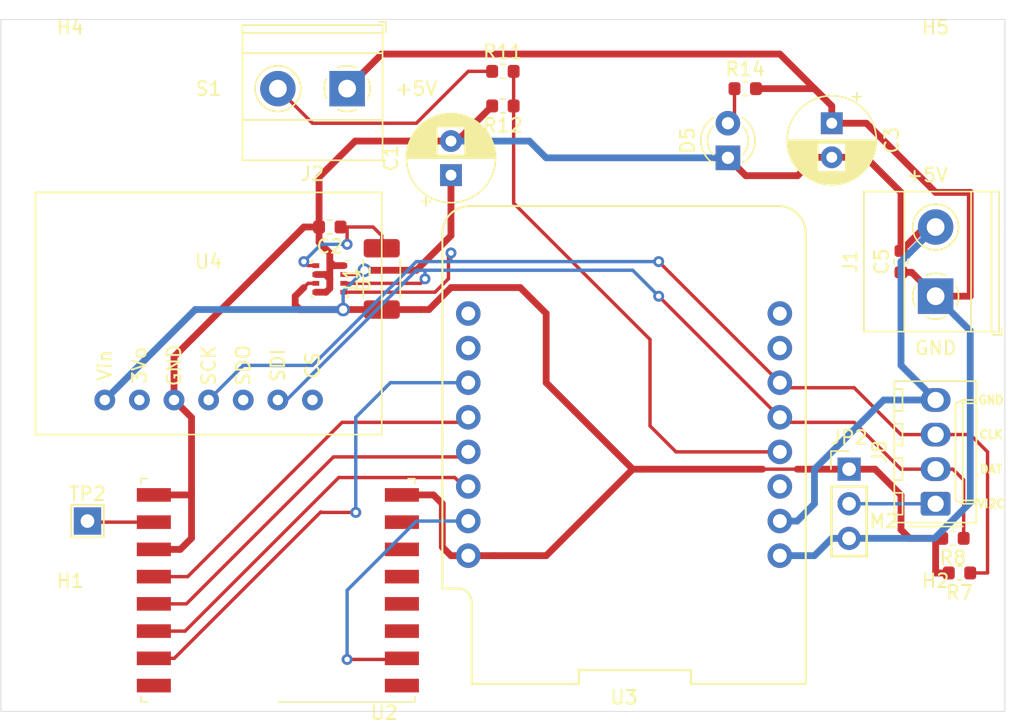
<source format=kicad_pcb>
(kicad_pcb (version 20171130) (host pcbnew "(5.1.8)-1")

  (general
    (thickness 1.6)
    (drawings 13)
    (tracks 203)
    (zones 0)
    (modules 25)
    (nets 32)
  )

  (page A4)
  (title_block
    (title HA-Controller)
    (date 2021-04-22)
    (rev V1.0.0)
    (company "Claus Zielke")
    (comment 1 "Homeautomation Controller")
  )

  (layers
    (0 F.Cu signal)
    (31 B.Cu signal)
    (32 B.Adhes user)
    (33 F.Adhes user)
    (34 B.Paste user)
    (35 F.Paste user)
    (36 B.SilkS user)
    (37 F.SilkS user)
    (38 B.Mask user)
    (39 F.Mask user)
    (40 Dwgs.User user)
    (41 Cmts.User user)
    (42 Eco1.User user)
    (43 Eco2.User user)
    (44 Edge.Cuts user)
    (45 Margin user)
    (46 B.CrtYd user)
    (47 F.CrtYd user)
    (48 B.Fab user)
    (49 F.Fab user)
  )

  (setup
    (last_trace_width 0.25)
    (user_trace_width 0.25)
    (user_trace_width 0.5)
    (user_trace_width 1.5)
    (trace_clearance 0.2)
    (zone_clearance 0.508)
    (zone_45_only no)
    (trace_min 0.2)
    (via_size 0.8)
    (via_drill 0.4)
    (via_min_size 0.4)
    (via_min_drill 0.3)
    (uvia_size 0.3)
    (uvia_drill 0.1)
    (uvias_allowed no)
    (uvia_min_size 0.2)
    (uvia_min_drill 0.1)
    (edge_width 0.05)
    (segment_width 0.2)
    (pcb_text_width 0.3)
    (pcb_text_size 1.5 1.5)
    (mod_edge_width 0.12)
    (mod_text_size 1 1)
    (mod_text_width 0.15)
    (pad_size 1.524 1.524)
    (pad_drill 0.762)
    (pad_to_mask_clearance 0.05)
    (aux_axis_origin 88.9 160.02)
    (visible_elements 7FFFFFFF)
    (pcbplotparams
      (layerselection 0x010fc_ffffffff)
      (usegerberextensions false)
      (usegerberattributes true)
      (usegerberadvancedattributes true)
      (creategerberjobfile true)
      (excludeedgelayer true)
      (linewidth 0.100000)
      (plotframeref false)
      (viasonmask false)
      (mode 1)
      (useauxorigin false)
      (hpglpennumber 1)
      (hpglpenspeed 20)
      (hpglpendiameter 15.000000)
      (psnegative false)
      (psa4output false)
      (plotreference true)
      (plotvalue true)
      (plotinvisibletext false)
      (padsonsilk false)
      (subtractmaskfromsilk false)
      (outputformat 1)
      (mirror false)
      (drillshape 1)
      (scaleselection 1)
      (outputdirectory ""))
  )

  (net 0 "")
  (net 1 VCC)
  (net 2 GND)
  (net 3 +5V)
  (net 4 /VI2C)
  (net 5 "Net-(D5-Pad2)")
  (net 6 /SW_Reserved)
  (net 7 "Net-(U2-Pad1)")
  (net 8 "Net-(U2-Pad3)")
  (net 9 "Net-(U2-Pad4)")
  (net 10 "Net-(U2-Pad5)")
  (net 11 "Net-(U2-Pad6)")
  (net 12 "Net-(U2-Pad7)")
  (net 13 "Net-(U2-Pad16)")
  (net 14 "Net-(U3-Pad1)")
  (net 15 "Net-(U3-Pad2)")
  (net 16 /SCL)
  (net 17 /SDA)
  (net 18 /D4)
  (net 19 /SCK)
  (net 20 /MISO)
  (net 21 /MOSI)
  (net 22 /SS)
  (net 23 /Tx)
  (net 24 /Rx)
  (net 25 "Net-(C2-Pad1)")
  (net 26 "Net-(TP2-Pad1)")
  (net 27 /D3)
  (net 28 "Net-(U4-Pad7)")
  (net 29 "Net-(U4-Pad5)")
  (net 30 "Net-(U4-Pad2)")
  (net 31 /D8)

  (net_class Default "This is the default net class."
    (clearance 0.2)
    (trace_width 0.25)
    (via_dia 0.8)
    (via_drill 0.4)
    (uvia_dia 0.3)
    (uvia_drill 0.1)
    (add_net /D3)
    (add_net /D4)
    (add_net /D8)
    (add_net /MISO)
    (add_net /MOSI)
    (add_net /Rx)
    (add_net /SCK)
    (add_net /SCL)
    (add_net /SDA)
    (add_net /SS)
    (add_net /SW_Reserved)
    (add_net /Tx)
    (add_net /VI2C)
    (add_net "Net-(C2-Pad1)")
    (add_net "Net-(D5-Pad2)")
    (add_net "Net-(TP2-Pad1)")
    (add_net "Net-(U2-Pad1)")
    (add_net "Net-(U2-Pad16)")
    (add_net "Net-(U2-Pad3)")
    (add_net "Net-(U2-Pad4)")
    (add_net "Net-(U2-Pad5)")
    (add_net "Net-(U2-Pad6)")
    (add_net "Net-(U2-Pad7)")
    (add_net "Net-(U3-Pad1)")
    (add_net "Net-(U3-Pad2)")
    (add_net "Net-(U4-Pad2)")
    (add_net "Net-(U4-Pad5)")
    (add_net "Net-(U4-Pad7)")
  )

  (net_class 230V ""
    (clearance 1)
    (trace_width 1.5)
    (via_dia 1.5)
    (via_drill 0.6)
    (uvia_dia 0.4)
    (uvia_drill 0.2)
  )

  (net_class Power ""
    (clearance 0.2)
    (trace_width 0.5)
    (via_dia 1)
    (via_drill 0.6)
    (uvia_dia 0.4)
    (uvia_drill 0.2)
    (add_net +5V)
    (add_net GND)
    (add_net VCC)
  )

  (module Zielke:ADAFRUIT_BME280 (layer F.Cu) (tedit 60BF3F70) (tstamp 60BFA8C2)
    (at 104.14 137.16 90)
    (path /60BF8335)
    (fp_text reference U4 (at 10.16 0) (layer F.SilkS)
      (effects (font (size 1 1) (thickness 0.15)))
    )
    (fp_text value Adafruit_BME280 (at 7.62 0) (layer F.Fab)
      (effects (font (size 1 1) (thickness 0.15)))
    )
    (fp_line (start 15.24 12.7) (end -2.54 12.7) (layer F.SilkS) (width 0.12))
    (fp_line (start 15.24 -12.7) (end 15.24 12.7) (layer F.SilkS) (width 0.12))
    (fp_line (start -2.54 -12.7) (end 15.24 -12.7) (layer F.SilkS) (width 0.12))
    (fp_line (start -2.54 12.7) (end -2.54 -12.7) (layer F.SilkS) (width 0.12))
    (fp_text user CS (at 2.54 7.62 90) (layer F.SilkS)
      (effects (font (size 1 1) (thickness 0.15)))
    )
    (fp_text user SDI (at 2.54 5.08 90) (layer F.SilkS)
      (effects (font (size 1 1) (thickness 0.15)))
    )
    (fp_text user SDO (at 2.54 2.54 90) (layer F.SilkS)
      (effects (font (size 1 1) (thickness 0.15)))
    )
    (fp_text user SCK (at 2.54 0 90) (layer F.SilkS)
      (effects (font (size 1 1) (thickness 0.15)))
    )
    (fp_text user GND (at 2.54 -2.54 90) (layer F.SilkS)
      (effects (font (size 1 1) (thickness 0.15)))
    )
    (fp_text user 3Vo (at 2.54 -5.08 90) (layer F.SilkS)
      (effects (font (size 1 1) (thickness 0.15)))
    )
    (fp_text user Vin (at 2.54 -7.62 90) (layer F.SilkS)
      (effects (font (size 1 1) (thickness 0.15)))
    )
    (pad 7 thru_hole circle (at 0 7.62 90) (size 1.524 1.524) (drill 0.762) (layers *.Cu *.Mask)
      (net 28 "Net-(U4-Pad7)"))
    (pad 6 thru_hole circle (at 0 5.08 90) (size 1.524 1.524) (drill 0.762) (layers *.Cu *.Mask)
      (net 17 /SDA))
    (pad 5 thru_hole circle (at 0 2.54 90) (size 1.524 1.524) (drill 0.762) (layers *.Cu *.Mask)
      (net 29 "Net-(U4-Pad5)"))
    (pad 4 thru_hole circle (at 0 0 90) (size 1.524 1.524) (drill 0.762) (layers *.Cu *.Mask)
      (net 16 /SCL))
    (pad 3 thru_hole circle (at 0 -2.54 90) (size 1.524 1.524) (drill 0.762) (layers *.Cu *.Mask)
      (net 2 GND))
    (pad 2 thru_hole circle (at 0 -5.08 90) (size 1.524 1.524) (drill 0.762) (layers *.Cu *.Mask)
      (net 30 "Net-(U4-Pad2)"))
    (pad 1 thru_hole circle (at 0 -7.62 90) (size 1.524 1.524) (drill 0.762) (layers *.Cu *.Mask)
      (net 1 VCC))
  )

  (module TerminalBlock_Phoenix:TerminalBlock_Phoenix_MKDS-1,5-2-5.08_1x02_P5.08mm_Horizontal (layer F.Cu) (tedit 5B294EBC) (tstamp 60BEA4D3)
    (at 114.3 114.3 180)
    (descr "Terminal Block Phoenix MKDS-1,5-2-5.08, 2 pins, pitch 5.08mm, size 10.2x9.8mm^2, drill diamater 1.3mm, pad diameter 2.6mm, see http://www.farnell.com/datasheets/100425.pdf, script-generated using https://github.com/pointhi/kicad-footprint-generator/scripts/TerminalBlock_Phoenix")
    (tags "THT Terminal Block Phoenix MKDS-1,5-2-5.08 pitch 5.08mm size 10.2x9.8mm^2 drill 1.3mm pad 2.6mm")
    (path /60C3D4F4)
    (fp_text reference J2 (at 2.54 -6.26) (layer F.SilkS)
      (effects (font (size 1 1) (thickness 0.15)))
    )
    (fp_text value Conn_01x02 (at 2.54 5.66) (layer F.Fab)
      (effects (font (size 1 1) (thickness 0.15)))
    )
    (fp_circle (center 0 0) (end 1.5 0) (layer F.Fab) (width 0.1))
    (fp_circle (center 5.08 0) (end 6.58 0) (layer F.Fab) (width 0.1))
    (fp_circle (center 5.08 0) (end 6.76 0) (layer F.SilkS) (width 0.12))
    (fp_line (start -2.54 -5.2) (end 7.62 -5.2) (layer F.Fab) (width 0.1))
    (fp_line (start 7.62 -5.2) (end 7.62 4.6) (layer F.Fab) (width 0.1))
    (fp_line (start 7.62 4.6) (end -2.04 4.6) (layer F.Fab) (width 0.1))
    (fp_line (start -2.04 4.6) (end -2.54 4.1) (layer F.Fab) (width 0.1))
    (fp_line (start -2.54 4.1) (end -2.54 -5.2) (layer F.Fab) (width 0.1))
    (fp_line (start -2.54 4.1) (end 7.62 4.1) (layer F.Fab) (width 0.1))
    (fp_line (start -2.6 4.1) (end 7.68 4.1) (layer F.SilkS) (width 0.12))
    (fp_line (start -2.54 2.6) (end 7.62 2.6) (layer F.Fab) (width 0.1))
    (fp_line (start -2.6 2.6) (end 7.68 2.6) (layer F.SilkS) (width 0.12))
    (fp_line (start -2.54 -2.3) (end 7.62 -2.3) (layer F.Fab) (width 0.1))
    (fp_line (start -2.6 -2.301) (end 7.68 -2.301) (layer F.SilkS) (width 0.12))
    (fp_line (start -2.6 -5.261) (end 7.68 -5.261) (layer F.SilkS) (width 0.12))
    (fp_line (start -2.6 4.66) (end 7.68 4.66) (layer F.SilkS) (width 0.12))
    (fp_line (start -2.6 -5.261) (end -2.6 4.66) (layer F.SilkS) (width 0.12))
    (fp_line (start 7.68 -5.261) (end 7.68 4.66) (layer F.SilkS) (width 0.12))
    (fp_line (start 1.138 -0.955) (end -0.955 1.138) (layer F.Fab) (width 0.1))
    (fp_line (start 0.955 -1.138) (end -1.138 0.955) (layer F.Fab) (width 0.1))
    (fp_line (start 6.218 -0.955) (end 4.126 1.138) (layer F.Fab) (width 0.1))
    (fp_line (start 6.035 -1.138) (end 3.943 0.955) (layer F.Fab) (width 0.1))
    (fp_line (start 6.355 -1.069) (end 6.308 -1.023) (layer F.SilkS) (width 0.12))
    (fp_line (start 4.046 1.239) (end 4.011 1.274) (layer F.SilkS) (width 0.12))
    (fp_line (start 6.15 -1.275) (end 6.115 -1.239) (layer F.SilkS) (width 0.12))
    (fp_line (start 3.853 1.023) (end 3.806 1.069) (layer F.SilkS) (width 0.12))
    (fp_line (start -2.84 4.16) (end -2.84 4.9) (layer F.SilkS) (width 0.12))
    (fp_line (start -2.84 4.9) (end -2.34 4.9) (layer F.SilkS) (width 0.12))
    (fp_line (start -3.04 -5.71) (end -3.04 5.1) (layer F.CrtYd) (width 0.05))
    (fp_line (start -3.04 5.1) (end 8.13 5.1) (layer F.CrtYd) (width 0.05))
    (fp_line (start 8.13 5.1) (end 8.13 -5.71) (layer F.CrtYd) (width 0.05))
    (fp_line (start 8.13 -5.71) (end -3.04 -5.71) (layer F.CrtYd) (width 0.05))
    (fp_text user %R (at 2.54 3.2) (layer F.Fab)
      (effects (font (size 1 1) (thickness 0.15)))
    )
    (fp_arc (start 0 0) (end -0.684 1.535) (angle -25) (layer F.SilkS) (width 0.12))
    (fp_arc (start 0 0) (end -1.535 -0.684) (angle -48) (layer F.SilkS) (width 0.12))
    (fp_arc (start 0 0) (end 0.684 -1.535) (angle -48) (layer F.SilkS) (width 0.12))
    (fp_arc (start 0 0) (end 1.535 0.684) (angle -48) (layer F.SilkS) (width 0.12))
    (fp_arc (start 0 0) (end 0 1.68) (angle -24) (layer F.SilkS) (width 0.12))
    (pad 2 thru_hole circle (at 5.08 0 180) (size 2.6 2.6) (drill 1.3) (layers *.Cu *.Mask)
      (net 6 /SW_Reserved))
    (pad 1 thru_hole rect (at 0 0 180) (size 2.6 2.6) (drill 1.3) (layers *.Cu *.Mask)
      (net 3 +5V))
    (model ${KISYS3DMOD}/TerminalBlock_Phoenix.3dshapes/TerminalBlock_Phoenix_MKDS-1,5-2-5.08_1x02_P5.08mm_Horizontal.wrl
      (at (xyz 0 0 0))
      (scale (xyz 1 1 1))
      (rotate (xyz 0 0 0))
    )
  )

  (module Package_LGA:Bosch_LGA-8_2.5x2.5mm_P0.65mm_ClockwisePinNumbering (layer F.Cu) (tedit 5A0FA816) (tstamp 60BE6475)
    (at 113.03 128.27 270)
    (descr LGA-8)
    (tags "lga land grid array")
    (path /60BFE2F4)
    (attr smd)
    (fp_text reference U1 (at 0.015 -2.465 90) (layer F.SilkS)
      (effects (font (size 1 1) (thickness 0.15)))
    )
    (fp_text value BME280 (at 0.015 2.535 90) (layer F.Fab)
      (effects (font (size 1 1) (thickness 0.15)))
    )
    (fp_line (start -1.35 1.36) (end -1.2 1.36) (layer F.SilkS) (width 0.1))
    (fp_line (start -1.25 -0.5) (end -0.5 -1.25) (layer F.Fab) (width 0.1))
    (fp_line (start -1.35 1.35) (end -1.35 1.2) (layer F.SilkS) (width 0.1))
    (fp_line (start 1.35 1.35) (end 1.35 1.2) (layer F.SilkS) (width 0.1))
    (fp_line (start 1.35 1.35) (end 1.2 1.35) (layer F.SilkS) (width 0.1))
    (fp_line (start 1.2 -1.35) (end 1.35 -1.35) (layer F.SilkS) (width 0.1))
    (fp_line (start 1.35 -1.35) (end 1.35 -1.2) (layer F.SilkS) (width 0.1))
    (fp_line (start -1.35 -1.2) (end -1.35 -1.45) (layer F.SilkS) (width 0.1))
    (fp_line (start -1.25 1.25) (end -1.25 -0.5) (layer F.Fab) (width 0.1))
    (fp_line (start -0.5 -1.25) (end 1.25 -1.25) (layer F.Fab) (width 0.1))
    (fp_line (start 1.25 -1.25) (end 1.25 1.25) (layer F.Fab) (width 0.1))
    (fp_line (start 1.25 1.25) (end -1.25 1.25) (layer F.Fab) (width 0.1))
    (fp_line (start -1.41 1.54) (end -1.41 -1.54) (layer F.CrtYd) (width 0.05))
    (fp_line (start -1.41 -1.54) (end 1.41 -1.54) (layer F.CrtYd) (width 0.05))
    (fp_line (start 1.41 -1.54) (end 1.41 1.54) (layer F.CrtYd) (width 0.05))
    (fp_line (start 1.41 1.54) (end -1.41 1.54) (layer F.CrtYd) (width 0.05))
    (fp_text user %R (at 0 0 270) (layer F.Fab)
      (effects (font (size 0.5 0.5) (thickness 0.075)))
    )
    (pad 5 smd rect (at 0.975 1.025) (size 0.5 0.35) (layers F.Cu F.Paste F.Mask)
      (net 2 GND))
    (pad 6 smd rect (at 0.325 1.025) (size 0.5 0.35) (layers F.Cu F.Paste F.Mask)
      (net 1 VCC))
    (pad 7 smd rect (at -0.325 1.025) (size 0.5 0.35) (layers F.Cu F.Paste F.Mask)
      (net 2 GND))
    (pad 8 smd rect (at -0.975 1.025) (size 0.5 0.35) (layers F.Cu F.Paste F.Mask)
      (net 25 "Net-(C2-Pad1)"))
    (pad 1 smd rect (at -0.975 -1.025) (size 0.5 0.35) (layers F.Cu F.Paste F.Mask)
      (net 2 GND))
    (pad 2 smd rect (at -0.325 -1.025) (size 0.5 0.35) (layers F.Cu F.Paste F.Mask)
      (net 1 VCC))
    (pad 3 smd rect (at 0.325 -1.025) (size 0.5 0.35) (layers F.Cu F.Paste F.Mask)
      (net 17 /SDA))
    (pad 4 smd rect (at 0.975 -1.025) (size 0.5 0.35) (layers F.Cu F.Paste F.Mask)
      (net 16 /SCL))
    (model ${KISYS3DMOD}/Package_LGA.3dshapes/Bosch_LGA-8_2.5x2.5mm_P0.65mm_ClockwisePinNumbering.wrl
      (offset (xyz 0.01500000025472259 -0.03500000059435272 0))
      (scale (xyz 1 1 1))
      (rotate (xyz 0 0 0))
    )
  )

  (module TestPoint:TestPoint_THTPad_2.0x2.0mm_Drill1.0mm (layer F.Cu) (tedit 5A0F774F) (tstamp 60BE6458)
    (at 95.25 146.05)
    (descr "THT rectangular pad as test Point, square 2.0mm_Drill1.0mm  side length, hole diameter 1.0mm")
    (tags "test point THT pad rectangle square")
    (path /60C132B4)
    (attr virtual)
    (fp_text reference TP2 (at 0 -1.998) (layer F.SilkS)
      (effects (font (size 1 1) (thickness 0.15)))
    )
    (fp_text value TestPoint (at 0 2.05) (layer F.Fab)
      (effects (font (size 1 1) (thickness 0.15)))
    )
    (fp_line (start -1.2 -1.2) (end 1.2 -1.2) (layer F.SilkS) (width 0.12))
    (fp_line (start 1.2 -1.2) (end 1.2 1.2) (layer F.SilkS) (width 0.12))
    (fp_line (start 1.2 1.2) (end -1.2 1.2) (layer F.SilkS) (width 0.12))
    (fp_line (start -1.2 1.2) (end -1.2 -1.2) (layer F.SilkS) (width 0.12))
    (fp_line (start -1.5 -1.5) (end 1.5 -1.5) (layer F.CrtYd) (width 0.05))
    (fp_line (start -1.5 -1.5) (end -1.5 1.5) (layer F.CrtYd) (width 0.05))
    (fp_line (start 1.5 1.5) (end 1.5 -1.5) (layer F.CrtYd) (width 0.05))
    (fp_line (start 1.5 1.5) (end -1.5 1.5) (layer F.CrtYd) (width 0.05))
    (fp_text user %R (at 0 -2) (layer F.Fab)
      (effects (font (size 1 1) (thickness 0.15)))
    )
    (pad 1 thru_hole rect (at 0 0) (size 2 2) (drill 1) (layers *.Cu *.Mask)
      (net 26 "Net-(TP2-Pad1)"))
  )

  (module Inductor_SMD:L_2010_5025Metric (layer F.Cu) (tedit 5B301BBE) (tstamp 60BE6B12)
    (at 116.84 128.27 90)
    (descr "Inductor SMD 2010 (5025 Metric), square (rectangular) end terminal, IPC_7351 nominal, (Body size source: http://www.tortai-tech.com/upload/download/2011102023233369053.pdf), generated with kicad-footprint-generator")
    (tags inductor)
    (path /60C06917)
    (attr smd)
    (fp_text reference L1 (at 0 -2.28 90) (layer F.SilkS)
      (effects (font (size 1 1) (thickness 0.15)))
    )
    (fp_text value L (at 0 2.28 90) (layer F.Fab)
      (effects (font (size 1 1) (thickness 0.15)))
    )
    (fp_line (start -2.5 1.25) (end -2.5 -1.25) (layer F.Fab) (width 0.1))
    (fp_line (start -2.5 -1.25) (end 2.5 -1.25) (layer F.Fab) (width 0.1))
    (fp_line (start 2.5 -1.25) (end 2.5 1.25) (layer F.Fab) (width 0.1))
    (fp_line (start 2.5 1.25) (end -2.5 1.25) (layer F.Fab) (width 0.1))
    (fp_line (start -1.402064 -1.36) (end 1.402064 -1.36) (layer F.SilkS) (width 0.12))
    (fp_line (start -1.402064 1.36) (end 1.402064 1.36) (layer F.SilkS) (width 0.12))
    (fp_line (start -3.18 1.58) (end -3.18 -1.58) (layer F.CrtYd) (width 0.05))
    (fp_line (start -3.18 -1.58) (end 3.18 -1.58) (layer F.CrtYd) (width 0.05))
    (fp_line (start 3.18 -1.58) (end 3.18 1.58) (layer F.CrtYd) (width 0.05))
    (fp_line (start 3.18 1.58) (end -3.18 1.58) (layer F.CrtYd) (width 0.05))
    (fp_text user %R (at 0 0 90) (layer F.Fab)
      (effects (font (size 1 1) (thickness 0.15)))
    )
    (pad 2 smd roundrect (at 2.25 0 90) (size 1.35 2.65) (layers F.Cu F.Paste F.Mask) (roundrect_rratio 0.185185)
      (net 25 "Net-(C2-Pad1)"))
    (pad 1 smd roundrect (at -2.25 0 90) (size 1.35 2.65) (layers F.Cu F.Paste F.Mask) (roundrect_rratio 0.185185)
      (net 1 VCC))
    (model ${KISYS3DMOD}/Inductor_SMD.3dshapes/L_2010_5025Metric.wrl
      (at (xyz 0 0 0))
      (scale (xyz 1 1 1))
      (rotate (xyz 0 0 0))
    )
  )

  (module Capacitor_SMD:C_0603_1608Metric (layer F.Cu) (tedit 5B301BBE) (tstamp 60BE6105)
    (at 113.03 124.46 180)
    (descr "Capacitor SMD 0603 (1608 Metric), square (rectangular) end terminal, IPC_7351 nominal, (Body size source: http://www.tortai-tech.com/upload/download/2011102023233369053.pdf), generated with kicad-footprint-generator")
    (tags capacitor)
    (path /60C0CF85)
    (attr smd)
    (fp_text reference C2 (at 0 -1.43) (layer F.SilkS)
      (effects (font (size 1 1) (thickness 0.15)))
    )
    (fp_text value 100n (at 0 1.43) (layer F.Fab)
      (effects (font (size 1 1) (thickness 0.15)))
    )
    (fp_line (start -0.8 0.4) (end -0.8 -0.4) (layer F.Fab) (width 0.1))
    (fp_line (start -0.8 -0.4) (end 0.8 -0.4) (layer F.Fab) (width 0.1))
    (fp_line (start 0.8 -0.4) (end 0.8 0.4) (layer F.Fab) (width 0.1))
    (fp_line (start 0.8 0.4) (end -0.8 0.4) (layer F.Fab) (width 0.1))
    (fp_line (start -0.162779 -0.51) (end 0.162779 -0.51) (layer F.SilkS) (width 0.12))
    (fp_line (start -0.162779 0.51) (end 0.162779 0.51) (layer F.SilkS) (width 0.12))
    (fp_line (start -1.48 0.73) (end -1.48 -0.73) (layer F.CrtYd) (width 0.05))
    (fp_line (start -1.48 -0.73) (end 1.48 -0.73) (layer F.CrtYd) (width 0.05))
    (fp_line (start 1.48 -0.73) (end 1.48 0.73) (layer F.CrtYd) (width 0.05))
    (fp_line (start 1.48 0.73) (end -1.48 0.73) (layer F.CrtYd) (width 0.05))
    (fp_text user %R (at 0 0) (layer F.Fab)
      (effects (font (size 0.4 0.4) (thickness 0.06)))
    )
    (pad 2 smd roundrect (at 0.7875 0 180) (size 0.875 0.95) (layers F.Cu F.Paste F.Mask) (roundrect_rratio 0.25)
      (net 2 GND))
    (pad 1 smd roundrect (at -0.7875 0 180) (size 0.875 0.95) (layers F.Cu F.Paste F.Mask) (roundrect_rratio 0.25)
      (net 25 "Net-(C2-Pad1)"))
    (model ${KISYS3DMOD}/Capacitor_SMD.3dshapes/C_0603_1608Metric.wrl
      (at (xyz 0 0 0))
      (scale (xyz 1 1 1))
      (rotate (xyz 0 0 0))
    )
  )

  (module Connector_Molex:Molex_KK-254_AE-6410-04A_1x04_P2.54mm_Vertical (layer F.Cu) (tedit 5EA53D3B) (tstamp 5F2A799C)
    (at 157.48 144.78 90)
    (descr "Molex KK-254 Interconnect System, old/engineering part number: AE-6410-04A example for new part number: 22-27-2041, 4 Pins (http://www.molex.com/pdm_docs/sd/022272021_sd.pdf), generated with kicad-footprint-generator")
    (tags "connector Molex KK-254 vertical")
    (path /5F4D08E7)
    (fp_text reference J8 (at 3.81 -4.12 90) (layer F.SilkS)
      (effects (font (size 1 1) (thickness 0.15)))
    )
    (fp_text value Conn_01x04 (at 3.81 4.08 90) (layer F.Fab)
      (effects (font (size 1 1) (thickness 0.15)))
    )
    (fp_line (start -1.27 -2.92) (end -1.27 2.88) (layer F.Fab) (width 0.1))
    (fp_line (start -1.27 2.88) (end 8.89 2.88) (layer F.Fab) (width 0.1))
    (fp_line (start 8.89 2.88) (end 8.89 -2.92) (layer F.Fab) (width 0.1))
    (fp_line (start 8.89 -2.92) (end -1.27 -2.92) (layer F.Fab) (width 0.1))
    (fp_line (start -1.38 -3.03) (end -1.38 2.99) (layer F.SilkS) (width 0.12))
    (fp_line (start -1.38 2.99) (end 9 2.99) (layer F.SilkS) (width 0.12))
    (fp_line (start 9 2.99) (end 9 -3.03) (layer F.SilkS) (width 0.12))
    (fp_line (start 9 -3.03) (end -1.38 -3.03) (layer F.SilkS) (width 0.12))
    (fp_line (start -1.67 -2) (end -1.67 2) (layer F.SilkS) (width 0.12))
    (fp_line (start -1.27 -0.5) (end -0.562893 0) (layer F.Fab) (width 0.1))
    (fp_line (start -0.562893 0) (end -1.27 0.5) (layer F.Fab) (width 0.1))
    (fp_line (start 0 2.99) (end 0 1.99) (layer F.SilkS) (width 0.12))
    (fp_line (start 0 1.99) (end 7.62 1.99) (layer F.SilkS) (width 0.12))
    (fp_line (start 7.62 1.99) (end 7.62 2.99) (layer F.SilkS) (width 0.12))
    (fp_line (start 0 1.99) (end 0.25 1.46) (layer F.SilkS) (width 0.12))
    (fp_line (start 0.25 1.46) (end 7.37 1.46) (layer F.SilkS) (width 0.12))
    (fp_line (start 7.37 1.46) (end 7.62 1.99) (layer F.SilkS) (width 0.12))
    (fp_line (start 0.25 2.99) (end 0.25 1.99) (layer F.SilkS) (width 0.12))
    (fp_line (start 7.37 2.99) (end 7.37 1.99) (layer F.SilkS) (width 0.12))
    (fp_line (start -0.8 -3.03) (end -0.8 -2.43) (layer F.SilkS) (width 0.12))
    (fp_line (start -0.8 -2.43) (end 0.8 -2.43) (layer F.SilkS) (width 0.12))
    (fp_line (start 0.8 -2.43) (end 0.8 -3.03) (layer F.SilkS) (width 0.12))
    (fp_line (start 1.74 -3.03) (end 1.74 -2.43) (layer F.SilkS) (width 0.12))
    (fp_line (start 1.74 -2.43) (end 3.34 -2.43) (layer F.SilkS) (width 0.12))
    (fp_line (start 3.34 -2.43) (end 3.34 -3.03) (layer F.SilkS) (width 0.12))
    (fp_line (start 4.28 -3.03) (end 4.28 -2.43) (layer F.SilkS) (width 0.12))
    (fp_line (start 4.28 -2.43) (end 5.88 -2.43) (layer F.SilkS) (width 0.12))
    (fp_line (start 5.88 -2.43) (end 5.88 -3.03) (layer F.SilkS) (width 0.12))
    (fp_line (start 6.82 -3.03) (end 6.82 -2.43) (layer F.SilkS) (width 0.12))
    (fp_line (start 6.82 -2.43) (end 8.42 -2.43) (layer F.SilkS) (width 0.12))
    (fp_line (start 8.42 -2.43) (end 8.42 -3.03) (layer F.SilkS) (width 0.12))
    (fp_line (start -1.77 -3.42) (end -1.77 3.38) (layer F.CrtYd) (width 0.05))
    (fp_line (start -1.77 3.38) (end 9.39 3.38) (layer F.CrtYd) (width 0.05))
    (fp_line (start 9.39 3.38) (end 9.39 -3.42) (layer F.CrtYd) (width 0.05))
    (fp_line (start 9.39 -3.42) (end -1.77 -3.42) (layer F.CrtYd) (width 0.05))
    (fp_text user %R (at 3.81 -2.22 90) (layer F.Fab)
      (effects (font (size 1 1) (thickness 0.15)))
    )
    (pad 4 thru_hole oval (at 7.62 0 90) (size 1.74 2.19) (drill 1.19) (layers *.Cu *.Mask)
      (net 2 GND))
    (pad 3 thru_hole oval (at 5.08 0 90) (size 1.74 2.19) (drill 1.19) (layers *.Cu *.Mask)
      (net 16 /SCL))
    (pad 2 thru_hole oval (at 2.54 0 90) (size 1.74 2.19) (drill 1.19) (layers *.Cu *.Mask)
      (net 17 /SDA))
    (pad 1 thru_hole roundrect (at 0 0 90) (size 1.74 2.19) (drill 1.19) (layers *.Cu *.Mask) (roundrect_rratio 0.143678)
      (net 4 /VI2C))
    (model ${KISYS3DMOD}/Connector_Molex.3dshapes/Molex_KK-254_AE-6410-04A_1x04_P2.54mm_Vertical.wrl
      (at (xyz 0 0 0))
      (scale (xyz 1 1 1))
      (rotate (xyz 0 0 0))
    )
  )

  (module TerminalBlock_Phoenix:TerminalBlock_Phoenix_MKDS-1,5-2-5.08_1x02_P5.08mm_Horizontal (layer F.Cu) (tedit 5B294EBC) (tstamp 60BE29F7)
    (at 157.48 129.54 90)
    (descr "Terminal Block Phoenix MKDS-1,5-2-5.08, 2 pins, pitch 5.08mm, size 10.2x9.8mm^2, drill diamater 1.3mm, pad diameter 2.6mm, see http://www.farnell.com/datasheets/100425.pdf, script-generated using https://github.com/pointhi/kicad-footprint-generator/scripts/TerminalBlock_Phoenix")
    (tags "THT Terminal Block Phoenix MKDS-1,5-2-5.08 pitch 5.08mm size 10.2x9.8mm^2 drill 1.3mm pad 2.6mm")
    (path /60BEE043)
    (fp_text reference J1 (at 2.54 -6.26 90) (layer F.SilkS)
      (effects (font (size 1 1) (thickness 0.15)))
    )
    (fp_text value Conn_01x02 (at 2.54 5.66 90) (layer F.Fab)
      (effects (font (size 1 1) (thickness 0.15)))
    )
    (fp_circle (center 0 0) (end 1.5 0) (layer F.Fab) (width 0.1))
    (fp_circle (center 5.08 0) (end 6.58 0) (layer F.Fab) (width 0.1))
    (fp_circle (center 5.08 0) (end 6.76 0) (layer F.SilkS) (width 0.12))
    (fp_line (start -2.54 -5.2) (end 7.62 -5.2) (layer F.Fab) (width 0.1))
    (fp_line (start 7.62 -5.2) (end 7.62 4.6) (layer F.Fab) (width 0.1))
    (fp_line (start 7.62 4.6) (end -2.04 4.6) (layer F.Fab) (width 0.1))
    (fp_line (start -2.04 4.6) (end -2.54 4.1) (layer F.Fab) (width 0.1))
    (fp_line (start -2.54 4.1) (end -2.54 -5.2) (layer F.Fab) (width 0.1))
    (fp_line (start -2.54 4.1) (end 7.62 4.1) (layer F.Fab) (width 0.1))
    (fp_line (start -2.6 4.1) (end 7.68 4.1) (layer F.SilkS) (width 0.12))
    (fp_line (start -2.54 2.6) (end 7.62 2.6) (layer F.Fab) (width 0.1))
    (fp_line (start -2.6 2.6) (end 7.68 2.6) (layer F.SilkS) (width 0.12))
    (fp_line (start -2.54 -2.3) (end 7.62 -2.3) (layer F.Fab) (width 0.1))
    (fp_line (start -2.6 -2.301) (end 7.68 -2.301) (layer F.SilkS) (width 0.12))
    (fp_line (start -2.6 -5.261) (end 7.68 -5.261) (layer F.SilkS) (width 0.12))
    (fp_line (start -2.6 4.66) (end 7.68 4.66) (layer F.SilkS) (width 0.12))
    (fp_line (start -2.6 -5.261) (end -2.6 4.66) (layer F.SilkS) (width 0.12))
    (fp_line (start 7.68 -5.261) (end 7.68 4.66) (layer F.SilkS) (width 0.12))
    (fp_line (start 1.138 -0.955) (end -0.955 1.138) (layer F.Fab) (width 0.1))
    (fp_line (start 0.955 -1.138) (end -1.138 0.955) (layer F.Fab) (width 0.1))
    (fp_line (start 6.218 -0.955) (end 4.126 1.138) (layer F.Fab) (width 0.1))
    (fp_line (start 6.035 -1.138) (end 3.943 0.955) (layer F.Fab) (width 0.1))
    (fp_line (start 6.355 -1.069) (end 6.308 -1.023) (layer F.SilkS) (width 0.12))
    (fp_line (start 4.046 1.239) (end 4.011 1.274) (layer F.SilkS) (width 0.12))
    (fp_line (start 6.15 -1.275) (end 6.115 -1.239) (layer F.SilkS) (width 0.12))
    (fp_line (start 3.853 1.023) (end 3.806 1.069) (layer F.SilkS) (width 0.12))
    (fp_line (start -2.84 4.16) (end -2.84 4.9) (layer F.SilkS) (width 0.12))
    (fp_line (start -2.84 4.9) (end -2.34 4.9) (layer F.SilkS) (width 0.12))
    (fp_line (start -3.04 -5.71) (end -3.04 5.1) (layer F.CrtYd) (width 0.05))
    (fp_line (start -3.04 5.1) (end 8.13 5.1) (layer F.CrtYd) (width 0.05))
    (fp_line (start 8.13 5.1) (end 8.13 -5.71) (layer F.CrtYd) (width 0.05))
    (fp_line (start 8.13 -5.71) (end -3.04 -5.71) (layer F.CrtYd) (width 0.05))
    (fp_text user %R (at 2.54 3.2 90) (layer F.Fab)
      (effects (font (size 1 1) (thickness 0.15)))
    )
    (fp_arc (start 0 0) (end -0.684 1.535) (angle -25) (layer F.SilkS) (width 0.12))
    (fp_arc (start 0 0) (end -1.535 -0.684) (angle -48) (layer F.SilkS) (width 0.12))
    (fp_arc (start 0 0) (end 0.684 -1.535) (angle -48) (layer F.SilkS) (width 0.12))
    (fp_arc (start 0 0) (end 1.535 0.684) (angle -48) (layer F.SilkS) (width 0.12))
    (fp_arc (start 0 0) (end 0 1.68) (angle -24) (layer F.SilkS) (width 0.12))
    (pad 2 thru_hole circle (at 5.08 0 90) (size 2.6 2.6) (drill 1.3) (layers *.Cu *.Mask)
      (net 2 GND))
    (pad 1 thru_hole rect (at 0 0 90) (size 2.6 2.6) (drill 1.3) (layers *.Cu *.Mask)
      (net 3 +5V))
    (model ${KISYS3DMOD}/TerminalBlock_Phoenix.3dshapes/TerminalBlock_Phoenix_MKDS-1,5-2-5.08_1x02_P5.08mm_Horizontal.wrl
      (at (xyz 0 0 0))
      (scale (xyz 1 1 1))
      (rotate (xyz 0 0 0))
    )
  )

  (module Zielke:wemos-d1-mini (layer F.Cu) (tedit 60A8D0EA) (tstamp 60BE0691)
    (at 134.62 139.7 90)
    (path /60A95325)
    (fp_text reference U3 (at -19.3 0) (layer F.SilkS)
      (effects (font (size 1 1) (thickness 0.15)))
    )
    (fp_text value WeMos_D1_mini (at 0 0 90) (layer F.Fab)
      (effects (font (size 1 1) (thickness 0.15)))
    )
    (fp_line (start -18.46 -11.33) (end -12.48 -11.33) (layer F.CrtYd) (width 0.05))
    (fp_line (start -11.48 -13.5) (end -11.48 -12.33) (layer F.CrtYd) (width 0.05))
    (fp_line (start -11.3 -13.33) (end -11.3 -13.33) (layer F.SilkS) (width 0.15))
    (fp_line (start -11.3 -12.17) (end -11.3 -13.33) (layer F.SilkS) (width 0.15))
    (fp_line (start -18.3 -11.18) (end -12.3 -11.18) (layer F.SilkS) (width 0.15))
    (fp_line (start -18.46 13.5) (end -18.46 -11.33) (layer F.CrtYd) (width 0.05))
    (fp_line (start 14.94 13.5) (end -18.46 13.5) (layer F.CrtYd) (width 0.05))
    (fp_line (start 16.94 -11.5) (end 16.94 11.5) (layer F.CrtYd) (width 0.05))
    (fp_line (start -11.48 -13.5) (end 14.85 -13.5) (layer F.CrtYd) (width 0.05))
    (fp_line (start -18.3 4.9) (end -18.3 13.329999) (layer F.SilkS) (width 0.15))
    (fp_line (start -17.3 4.9) (end -18.3 4.9) (layer F.SilkS) (width 0.15))
    (fp_line (start -17.3 -3.32) (end -17.3 4.9) (layer F.SilkS) (width 0.15))
    (fp_line (start -18.3 -3.32) (end -17.3 -3.32) (layer F.SilkS) (width 0.15))
    (fp_line (start -18.3 -11.18) (end -18.3 -3.32) (layer F.SilkS) (width 0.15))
    (fp_line (start 14.78 -13.33) (end -11.3 -13.33) (layer F.SilkS) (width 0.15))
    (fp_line (start 16.78 11.33) (end 16.78 -11.33) (layer F.SilkS) (width 0.15))
    (fp_line (start -18.3 13.33) (end 14.78 13.33) (layer F.SilkS) (width 0.15))
    (fp_arc (start -12.48 -12.33) (end -11.48 -12.33) (angle 90) (layer F.CrtYd) (width 0.05))
    (fp_arc (start -12.3 -12.18) (end -11.3 -12.18) (angle 90) (layer F.SilkS) (width 0.15))
    (fp_arc (start 14.94 -11.5) (end 14.85 -13.5) (angle 92.57657183) (layer F.CrtYd) (width 0.05))
    (fp_arc (start 14.94 11.5) (end 16.94 11.5) (angle 90) (layer F.CrtYd) (width 0.05))
    (fp_arc (start 14.78 11.33) (end 16.78 11.33) (angle 90) (layer F.SilkS) (width 0.15))
    (fp_arc (start 14.78 -11.33) (end 14.78 -13.33) (angle 90) (layer F.SilkS) (width 0.15))
    (pad 16 thru_hole circle (at 8.89 11.43 90) (size 1.8 1.8) (drill 1.016) (layers *.Cu *.Mask)
      (net 23 /Tx))
    (pad 1 thru_hole circle (at 8.89 -11.43 90) (size 1.8 1.8) (drill 1.016) (layers *.Cu *.Mask)
      (net 14 "Net-(U3-Pad1)"))
    (pad 15 thru_hole circle (at 6.35 11.43 90) (size 1.8 1.8) (drill 1.016) (layers *.Cu *.Mask)
      (net 24 /Rx))
    (pad 2 thru_hole circle (at 6.35 -11.43 90) (size 1.8 1.8) (drill 1.016) (layers *.Cu *.Mask)
      (net 15 "Net-(U3-Pad2)"))
    (pad 14 thru_hole circle (at 3.81 11.43 90) (size 1.8 1.8) (drill 1.016) (layers *.Cu *.Mask)
      (net 16 /SCL))
    (pad 3 thru_hole circle (at 3.81 -11.43 90) (size 1.8 1.8) (drill 1.016) (layers *.Cu *.Mask)
      (net 22 /SS))
    (pad 13 thru_hole circle (at 1.27 11.43 90) (size 1.8 1.8) (drill 1.016) (layers *.Cu *.Mask)
      (net 17 /SDA))
    (pad 4 thru_hole circle (at 1.27 -11.43 90) (size 1.8 1.8) (drill 1.016) (layers *.Cu *.Mask)
      (net 19 /SCK))
    (pad 12 thru_hole circle (at -1.27 11.43 90) (size 1.8 1.8) (drill 1.016) (layers *.Cu *.Mask)
      (net 27 /D3))
    (pad 5 thru_hole circle (at -1.27 -11.43 90) (size 1.8 1.8) (drill 1.016) (layers *.Cu *.Mask)
      (net 20 /MISO))
    (pad 11 thru_hole circle (at -3.81 11.43 90) (size 1.8 1.8) (drill 1.016) (layers *.Cu *.Mask)
      (net 18 /D4))
    (pad 6 thru_hole circle (at -3.81 -11.43 180) (size 1.8 1.8) (drill 1.016) (layers *.Cu *.Mask)
      (net 21 /MOSI))
    (pad 10 thru_hole circle (at -6.35 11.43 90) (size 1.8 1.8) (drill 1.016) (layers *.Cu *.Mask)
      (net 2 GND))
    (pad 7 thru_hole circle (at -6.35 -11.43 90) (size 1.8 1.8) (drill 1.016) (layers *.Cu *.Mask)
      (net 31 /D8))
    (pad 9 thru_hole circle (at -8.89 11.43 90) (size 1.8 1.8) (drill 1.016) (layers *.Cu *.Mask)
      (net 3 +5V))
    (pad 8 thru_hole circle (at -8.89 -11.43 90) (size 1.8 1.8) (drill 1.016) (layers *.Cu *.Mask)
      (net 1 VCC))
    (model ${KISYS3DMOD}/Zielke.3dshapes/SLW-108-01-S.wrl
      (at (xyz 0 0 0))
      (scale (xyz 1 1 1))
      (rotate (xyz 0 0 90))
    )
    (model ${KISYS3DMOD}/Zielke.3dshapes/TSW-108-05-G-S.wrl
      (at (xyz 0 0 0))
      (scale (xyz 1 1 1))
      (rotate (xyz 0 0 90))
    )
    (model ${KISYS3DMOD}/Zielke.3dshapes/wemos-d1-mini.wrl
      (at (xyz 0 0 0))
      (scale (xyz 1 1 1))
      (rotate (xyz 0 0 90))
    )
  )

  (module RF_Module:HOPERF_RFM69HW (layer F.Cu) (tedit 5A030172) (tstamp 60A91E52)
    (at 109.22 151.13 180)
    (descr "Radio, RF, Module, http://www.hoperf.com/upload/rf/RFM69HW-V1.3.pdf")
    (tags "Radio RF Module")
    (path /60A31AA7)
    (attr smd)
    (fp_text reference U2 (at -7.8 -9) (layer F.SilkS)
      (effects (font (size 1 1) (thickness 0.15)))
    )
    (fp_text value RFM69W (at 0 2.5) (layer F.Fab)
      (effects (font (size 1 1) (thickness 0.15)))
    )
    (fp_line (start -10.6 -8.25) (end 10.6 -8.25) (layer F.CrtYd) (width 0.05))
    (fp_line (start 10.6 -8.25) (end 10.6 8.25) (layer F.CrtYd) (width 0.05))
    (fp_line (start 10.6 8.25) (end -10.6 8.25) (layer F.CrtYd) (width 0.05))
    (fp_line (start -10.6 8.25) (end -10.6 -8.25) (layer F.CrtYd) (width 0.05))
    (fp_circle (center -7 -7) (end -7.5 -7) (layer F.Fab) (width 0.1))
    (fp_line (start -10.05 -8.2) (end -0.05 -8.2) (layer F.SilkS) (width 0.1))
    (fp_line (start -10.05 8.2) (end -9.55 8.2) (layer F.SilkS) (width 0.1))
    (fp_line (start -10.05 7.8) (end -10.05 8.2) (layer F.SilkS) (width 0.1))
    (fp_line (start 9.55 8.2) (end 10.05 8.2) (layer F.SilkS) (width 0.1))
    (fp_line (start 10.05 7.8) (end 10.05 8.2) (layer F.SilkS) (width 0.1))
    (fp_line (start 9.55 -8.2) (end 10.05 -8.2) (layer F.SilkS) (width 0.1))
    (fp_line (start 10.05 -8.2) (end 10.05 -7.8) (layer F.SilkS) (width 0.1))
    (fp_line (start -10.05 -8.2) (end -10.05 -7.8) (layer F.SilkS) (width 0.1))
    (fp_line (start -9.85 -8) (end 9.85 -8) (layer F.Fab) (width 0.1))
    (fp_line (start 9.85 -8) (end 9.85 8) (layer F.Fab) (width 0.1))
    (fp_line (start 9.85 8) (end -9.85 8) (layer F.Fab) (width 0.1))
    (fp_line (start -9.85 8) (end -9.85 -8) (layer F.Fab) (width 0.1))
    (fp_text user %R (at 0 0) (layer F.Fab)
      (effects (font (size 1 1) (thickness 0.15)))
    )
    (pad 1 smd rect (at -9.1 -7 180) (size 2.5 1) (layers F.Cu F.Paste F.Mask)
      (net 7 "Net-(U2-Pad1)"))
    (pad 2 smd rect (at -9.1 -5 180) (size 2.5 1) (layers F.Cu F.Paste F.Mask)
      (net 31 /D8))
    (pad 3 smd rect (at -9.1 -3 180) (size 2.5 1) (layers F.Cu F.Paste F.Mask)
      (net 8 "Net-(U2-Pad3)"))
    (pad 4 smd rect (at -9.1 -1 180) (size 2.5 1) (layers F.Cu F.Paste F.Mask)
      (net 9 "Net-(U2-Pad4)"))
    (pad 5 smd rect (at -9.1 1 180) (size 2.5 1) (layers F.Cu F.Paste F.Mask)
      (net 10 "Net-(U2-Pad5)"))
    (pad 6 smd rect (at -9.1 3 180) (size 2.5 1) (layers F.Cu F.Paste F.Mask)
      (net 11 "Net-(U2-Pad6)"))
    (pad 7 smd rect (at -9.1 5 180) (size 2.5 1) (layers F.Cu F.Paste F.Mask)
      (net 12 "Net-(U2-Pad7)"))
    (pad 8 smd rect (at -9.1 7 180) (size 2.5 1) (layers F.Cu F.Paste F.Mask)
      (net 1 VCC))
    (pad 9 smd rect (at 9.1 7 180) (size 2.5 1) (layers F.Cu F.Paste F.Mask)
      (net 2 GND))
    (pad 10 smd rect (at 9.1 5 180) (size 2.5 1) (layers F.Cu F.Paste F.Mask)
      (net 26 "Net-(TP2-Pad1)"))
    (pad 11 smd rect (at 9.1 3 180) (size 2.5 1) (layers F.Cu F.Paste F.Mask)
      (net 2 GND))
    (pad 12 smd rect (at 9.1 1 180) (size 2.5 1) (layers F.Cu F.Paste F.Mask)
      (net 19 /SCK))
    (pad 13 smd rect (at 9.1 -1 180) (size 2.5 1) (layers F.Cu F.Paste F.Mask)
      (net 20 /MISO))
    (pad 14 smd rect (at 9.1 -3 180) (size 2.5 1) (layers F.Cu F.Paste F.Mask)
      (net 21 /MOSI))
    (pad 15 smd rect (at 9.1 -5 180) (size 2.5 1) (layers F.Cu F.Paste F.Mask)
      (net 22 /SS))
    (pad 16 smd rect (at 9.1 -7 180) (size 2.5 1) (layers F.Cu F.Paste F.Mask)
      (net 13 "Net-(U2-Pad16)"))
    (model ${KISYS3DMOD}/RF_Module.3dshapes/HOPERF_RFM69HW.wrl
      (at (xyz 0 0 0))
      (scale (xyz 1 1 1))
      (rotate (xyz 0 0 0))
    )
  )

  (module Resistor_SMD:R_0603_1608Metric (layer F.Cu) (tedit 5B301BBD) (tstamp 608EAA8A)
    (at 143.51 114.3)
    (descr "Resistor SMD 0603 (1608 Metric), square (rectangular) end terminal, IPC_7351 nominal, (Body size source: http://www.tortai-tech.com/upload/download/2011102023233369053.pdf), generated with kicad-footprint-generator")
    (tags resistor)
    (path /5F33C79F)
    (attr smd)
    (fp_text reference R14 (at 0 -1.43) (layer F.SilkS)
      (effects (font (size 1 1) (thickness 0.15)))
    )
    (fp_text value 470 (at 0 1.43) (layer F.Fab)
      (effects (font (size 1 1) (thickness 0.15)))
    )
    (fp_line (start 1.48 0.73) (end -1.48 0.73) (layer F.CrtYd) (width 0.05))
    (fp_line (start 1.48 -0.73) (end 1.48 0.73) (layer F.CrtYd) (width 0.05))
    (fp_line (start -1.48 -0.73) (end 1.48 -0.73) (layer F.CrtYd) (width 0.05))
    (fp_line (start -1.48 0.73) (end -1.48 -0.73) (layer F.CrtYd) (width 0.05))
    (fp_line (start -0.162779 0.51) (end 0.162779 0.51) (layer F.SilkS) (width 0.12))
    (fp_line (start -0.162779 -0.51) (end 0.162779 -0.51) (layer F.SilkS) (width 0.12))
    (fp_line (start 0.8 0.4) (end -0.8 0.4) (layer F.Fab) (width 0.1))
    (fp_line (start 0.8 -0.4) (end 0.8 0.4) (layer F.Fab) (width 0.1))
    (fp_line (start -0.8 -0.4) (end 0.8 -0.4) (layer F.Fab) (width 0.1))
    (fp_line (start -0.8 0.4) (end -0.8 -0.4) (layer F.Fab) (width 0.1))
    (fp_text user %R (at 0 0) (layer F.Fab)
      (effects (font (size 0.4 0.4) (thickness 0.06)))
    )
    (pad 2 smd roundrect (at 0.7875 0) (size 0.875 0.95) (layers F.Cu F.Paste F.Mask) (roundrect_rratio 0.25)
      (net 3 +5V))
    (pad 1 smd roundrect (at -0.7875 0) (size 0.875 0.95) (layers F.Cu F.Paste F.Mask) (roundrect_rratio 0.25)
      (net 5 "Net-(D5-Pad2)"))
    (model ${KISYS3DMOD}/Resistor_SMD.3dshapes/R_0603_1608Metric.wrl
      (at (xyz 0 0 0))
      (scale (xyz 1 1 1))
      (rotate (xyz 0 0 0))
    )
  )

  (module Resistor_SMD:R_0603_1608Metric (layer F.Cu) (tedit 5B301BBD) (tstamp 60BE4F58)
    (at 125.73 115.57 180)
    (descr "Resistor SMD 0603 (1608 Metric), square (rectangular) end terminal, IPC_7351 nominal, (Body size source: http://www.tortai-tech.com/upload/download/2011102023233369053.pdf), generated with kicad-footprint-generator")
    (tags resistor)
    (path /5F2EE7E5)
    (attr smd)
    (fp_text reference R12 (at 0 -1.43 180) (layer F.SilkS)
      (effects (font (size 1 1) (thickness 0.15)))
    )
    (fp_text value 4K7 (at 0 1.43 180) (layer F.Fab)
      (effects (font (size 1 1) (thickness 0.15)))
    )
    (fp_line (start 1.48 0.73) (end -1.48 0.73) (layer F.CrtYd) (width 0.05))
    (fp_line (start 1.48 -0.73) (end 1.48 0.73) (layer F.CrtYd) (width 0.05))
    (fp_line (start -1.48 -0.73) (end 1.48 -0.73) (layer F.CrtYd) (width 0.05))
    (fp_line (start -1.48 0.73) (end -1.48 -0.73) (layer F.CrtYd) (width 0.05))
    (fp_line (start -0.162779 0.51) (end 0.162779 0.51) (layer F.SilkS) (width 0.12))
    (fp_line (start -0.162779 -0.51) (end 0.162779 -0.51) (layer F.SilkS) (width 0.12))
    (fp_line (start 0.8 0.4) (end -0.8 0.4) (layer F.Fab) (width 0.1))
    (fp_line (start 0.8 -0.4) (end 0.8 0.4) (layer F.Fab) (width 0.1))
    (fp_line (start -0.8 -0.4) (end 0.8 -0.4) (layer F.Fab) (width 0.1))
    (fp_line (start -0.8 0.4) (end -0.8 -0.4) (layer F.Fab) (width 0.1))
    (fp_text user %R (at 0 0 180) (layer F.Fab)
      (effects (font (size 0.4 0.4) (thickness 0.06)))
    )
    (pad 2 smd roundrect (at 0.7875 0 180) (size 0.875 0.95) (layers F.Cu F.Paste F.Mask) (roundrect_rratio 0.25)
      (net 2 GND))
    (pad 1 smd roundrect (at -0.7875 0 180) (size 0.875 0.95) (layers F.Cu F.Paste F.Mask) (roundrect_rratio 0.25)
      (net 27 /D3))
    (model ${KISYS3DMOD}/Resistor_SMD.3dshapes/R_0603_1608Metric.wrl
      (at (xyz 0 0 0))
      (scale (xyz 1 1 1))
      (rotate (xyz 0 0 0))
    )
  )

  (module Resistor_SMD:R_0603_1608Metric (layer F.Cu) (tedit 5B301BBD) (tstamp 5F2BB1DA)
    (at 125.73 113.03)
    (descr "Resistor SMD 0603 (1608 Metric), square (rectangular) end terminal, IPC_7351 nominal, (Body size source: http://www.tortai-tech.com/upload/download/2011102023233369053.pdf), generated with kicad-footprint-generator")
    (tags resistor)
    (path /5F2EE7DF)
    (attr smd)
    (fp_text reference R11 (at 0 -1.43) (layer F.SilkS)
      (effects (font (size 1 1) (thickness 0.15)))
    )
    (fp_text value 3K3 (at 0 1.43) (layer F.Fab)
      (effects (font (size 1 1) (thickness 0.15)))
    )
    (fp_line (start 1.48 0.73) (end -1.48 0.73) (layer F.CrtYd) (width 0.05))
    (fp_line (start 1.48 -0.73) (end 1.48 0.73) (layer F.CrtYd) (width 0.05))
    (fp_line (start -1.48 -0.73) (end 1.48 -0.73) (layer F.CrtYd) (width 0.05))
    (fp_line (start -1.48 0.73) (end -1.48 -0.73) (layer F.CrtYd) (width 0.05))
    (fp_line (start -0.162779 0.51) (end 0.162779 0.51) (layer F.SilkS) (width 0.12))
    (fp_line (start -0.162779 -0.51) (end 0.162779 -0.51) (layer F.SilkS) (width 0.12))
    (fp_line (start 0.8 0.4) (end -0.8 0.4) (layer F.Fab) (width 0.1))
    (fp_line (start 0.8 -0.4) (end 0.8 0.4) (layer F.Fab) (width 0.1))
    (fp_line (start -0.8 -0.4) (end 0.8 -0.4) (layer F.Fab) (width 0.1))
    (fp_line (start -0.8 0.4) (end -0.8 -0.4) (layer F.Fab) (width 0.1))
    (fp_text user %R (at 0 0) (layer F.Fab)
      (effects (font (size 0.4 0.4) (thickness 0.06)))
    )
    (pad 2 smd roundrect (at 0.7875 0) (size 0.875 0.95) (layers F.Cu F.Paste F.Mask) (roundrect_rratio 0.25)
      (net 27 /D3))
    (pad 1 smd roundrect (at -0.7875 0) (size 0.875 0.95) (layers F.Cu F.Paste F.Mask) (roundrect_rratio 0.25)
      (net 6 /SW_Reserved))
    (model ${KISYS3DMOD}/Resistor_SMD.3dshapes/R_0603_1608Metric.wrl
      (at (xyz 0 0 0))
      (scale (xyz 1 1 1))
      (rotate (xyz 0 0 0))
    )
  )

  (module Resistor_SMD:R_0603_1608Metric (layer F.Cu) (tedit 5B301BBD) (tstamp 5F2A5B21)
    (at 158.75 147.32 180)
    (descr "Resistor SMD 0603 (1608 Metric), square (rectangular) end terminal, IPC_7351 nominal, (Body size source: http://www.tortai-tech.com/upload/download/2011102023233369053.pdf), generated with kicad-footprint-generator")
    (tags resistor)
    (path /5F4F9794)
    (attr smd)
    (fp_text reference R8 (at 0 -1.43) (layer F.SilkS)
      (effects (font (size 1 1) (thickness 0.15)))
    )
    (fp_text value 1K5 (at 0 1.43) (layer F.Fab)
      (effects (font (size 1 1) (thickness 0.15)))
    )
    (fp_line (start 1.48 0.73) (end -1.48 0.73) (layer F.CrtYd) (width 0.05))
    (fp_line (start 1.48 -0.73) (end 1.48 0.73) (layer F.CrtYd) (width 0.05))
    (fp_line (start -1.48 -0.73) (end 1.48 -0.73) (layer F.CrtYd) (width 0.05))
    (fp_line (start -1.48 0.73) (end -1.48 -0.73) (layer F.CrtYd) (width 0.05))
    (fp_line (start -0.162779 0.51) (end 0.162779 0.51) (layer F.SilkS) (width 0.12))
    (fp_line (start -0.162779 -0.51) (end 0.162779 -0.51) (layer F.SilkS) (width 0.12))
    (fp_line (start 0.8 0.4) (end -0.8 0.4) (layer F.Fab) (width 0.1))
    (fp_line (start 0.8 -0.4) (end 0.8 0.4) (layer F.Fab) (width 0.1))
    (fp_line (start -0.8 -0.4) (end 0.8 -0.4) (layer F.Fab) (width 0.1))
    (fp_line (start -0.8 0.4) (end -0.8 -0.4) (layer F.Fab) (width 0.1))
    (fp_text user %R (at 0 0) (layer F.Fab)
      (effects (font (size 0.4 0.4) (thickness 0.06)))
    )
    (pad 2 smd roundrect (at 0.7875 0 180) (size 0.875 0.95) (layers F.Cu F.Paste F.Mask) (roundrect_rratio 0.25)
      (net 1 VCC))
    (pad 1 smd roundrect (at -0.7875 0 180) (size 0.875 0.95) (layers F.Cu F.Paste F.Mask) (roundrect_rratio 0.25)
      (net 17 /SDA))
    (model ${KISYS3DMOD}/Resistor_SMD.3dshapes/R_0603_1608Metric.wrl
      (at (xyz 0 0 0))
      (scale (xyz 1 1 1))
      (rotate (xyz 0 0 0))
    )
  )

  (module Resistor_SMD:R_0603_1608Metric (layer F.Cu) (tedit 5B301BBD) (tstamp 5F2A7C99)
    (at 159.2325 149.86 180)
    (descr "Resistor SMD 0603 (1608 Metric), square (rectangular) end terminal, IPC_7351 nominal, (Body size source: http://www.tortai-tech.com/upload/download/2011102023233369053.pdf), generated with kicad-footprint-generator")
    (tags resistor)
    (path /5F50E2B9)
    (attr smd)
    (fp_text reference R7 (at 0 -1.43) (layer F.SilkS)
      (effects (font (size 1 1) (thickness 0.15)))
    )
    (fp_text value 1K5 (at 0 1.43) (layer F.Fab)
      (effects (font (size 1 1) (thickness 0.15)))
    )
    (fp_line (start 1.48 0.73) (end -1.48 0.73) (layer F.CrtYd) (width 0.05))
    (fp_line (start 1.48 -0.73) (end 1.48 0.73) (layer F.CrtYd) (width 0.05))
    (fp_line (start -1.48 -0.73) (end 1.48 -0.73) (layer F.CrtYd) (width 0.05))
    (fp_line (start -1.48 0.73) (end -1.48 -0.73) (layer F.CrtYd) (width 0.05))
    (fp_line (start -0.162779 0.51) (end 0.162779 0.51) (layer F.SilkS) (width 0.12))
    (fp_line (start -0.162779 -0.51) (end 0.162779 -0.51) (layer F.SilkS) (width 0.12))
    (fp_line (start 0.8 0.4) (end -0.8 0.4) (layer F.Fab) (width 0.1))
    (fp_line (start 0.8 -0.4) (end 0.8 0.4) (layer F.Fab) (width 0.1))
    (fp_line (start -0.8 -0.4) (end 0.8 -0.4) (layer F.Fab) (width 0.1))
    (fp_line (start -0.8 0.4) (end -0.8 -0.4) (layer F.Fab) (width 0.1))
    (fp_text user %R (at 0 0) (layer F.Fab)
      (effects (font (size 0.4 0.4) (thickness 0.06)))
    )
    (pad 2 smd roundrect (at 0.7875 0 180) (size 0.875 0.95) (layers F.Cu F.Paste F.Mask) (roundrect_rratio 0.25)
      (net 1 VCC))
    (pad 1 smd roundrect (at -0.7875 0 180) (size 0.875 0.95) (layers F.Cu F.Paste F.Mask) (roundrect_rratio 0.25)
      (net 16 /SCL))
    (model ${KISYS3DMOD}/Resistor_SMD.3dshapes/R_0603_1608Metric.wrl
      (at (xyz 0 0 0))
      (scale (xyz 1 1 1))
      (rotate (xyz 0 0 0))
    )
  )

  (module MountingHole:MountingHole_4.3mm_M4_ISO14580 (layer F.Cu) (tedit 56D1B4CB) (tstamp 6096FEBC)
    (at 157.48 114.3)
    (descr "Mounting Hole 4.3mm, no annular, M4, ISO14580")
    (tags "mounting hole 4.3mm no annular m4 iso14580")
    (path /5F26B346)
    (attr virtual)
    (fp_text reference H5 (at 0 -4.5) (layer F.SilkS)
      (effects (font (size 1 1) (thickness 0.15)))
    )
    (fp_text value MountingHole (at -2.54 -4.445) (layer F.Fab)
      (effects (font (size 1 1) (thickness 0.15)))
    )
    (fp_circle (center 0 0) (end 3.75 0) (layer F.CrtYd) (width 0.05))
    (fp_circle (center 0 0) (end 3.5 0) (layer Cmts.User) (width 0.15))
    (fp_text user %R (at 0.3 0) (layer F.Fab)
      (effects (font (size 1 1) (thickness 0.15)))
    )
    (pad 1 np_thru_hole circle (at 0 0) (size 4.3 4.3) (drill 4.3) (layers *.Cu *.Mask))
  )

  (module Capacitor_THT:CP_Radial_D6.3mm_P2.50mm (layer F.Cu) (tedit 5AE50EF0) (tstamp 608EADDA)
    (at 149.86 116.84 270)
    (descr "CP, Radial series, Radial, pin pitch=2.50mm, , diameter=6.3mm, Electrolytic Capacitor")
    (tags "CP Radial series Radial pin pitch 2.50mm  diameter 6.3mm Electrolytic Capacitor")
    (path /5F3D7233)
    (fp_text reference C3 (at 1.25 -4.4 90) (layer F.SilkS)
      (effects (font (size 1 1) (thickness 0.15)))
    )
    (fp_text value 10uF/50V (at 1.25 4.4 90) (layer F.Fab)
      (effects (font (size 1 1) (thickness 0.15)))
    )
    (fp_circle (center 1.25 0) (end 4.4 0) (layer F.Fab) (width 0.1))
    (fp_circle (center 1.25 0) (end 4.52 0) (layer F.SilkS) (width 0.12))
    (fp_circle (center 1.25 0) (end 4.65 0) (layer F.CrtYd) (width 0.05))
    (fp_line (start -1.443972 -1.3735) (end -0.813972 -1.3735) (layer F.Fab) (width 0.1))
    (fp_line (start -1.128972 -1.6885) (end -1.128972 -1.0585) (layer F.Fab) (width 0.1))
    (fp_line (start 1.25 -3.23) (end 1.25 3.23) (layer F.SilkS) (width 0.12))
    (fp_line (start 1.29 -3.23) (end 1.29 3.23) (layer F.SilkS) (width 0.12))
    (fp_line (start 1.33 -3.23) (end 1.33 3.23) (layer F.SilkS) (width 0.12))
    (fp_line (start 1.37 -3.228) (end 1.37 3.228) (layer F.SilkS) (width 0.12))
    (fp_line (start 1.41 -3.227) (end 1.41 3.227) (layer F.SilkS) (width 0.12))
    (fp_line (start 1.45 -3.224) (end 1.45 3.224) (layer F.SilkS) (width 0.12))
    (fp_line (start 1.49 -3.222) (end 1.49 -1.04) (layer F.SilkS) (width 0.12))
    (fp_line (start 1.49 1.04) (end 1.49 3.222) (layer F.SilkS) (width 0.12))
    (fp_line (start 1.53 -3.218) (end 1.53 -1.04) (layer F.SilkS) (width 0.12))
    (fp_line (start 1.53 1.04) (end 1.53 3.218) (layer F.SilkS) (width 0.12))
    (fp_line (start 1.57 -3.215) (end 1.57 -1.04) (layer F.SilkS) (width 0.12))
    (fp_line (start 1.57 1.04) (end 1.57 3.215) (layer F.SilkS) (width 0.12))
    (fp_line (start 1.61 -3.211) (end 1.61 -1.04) (layer F.SilkS) (width 0.12))
    (fp_line (start 1.61 1.04) (end 1.61 3.211) (layer F.SilkS) (width 0.12))
    (fp_line (start 1.65 -3.206) (end 1.65 -1.04) (layer F.SilkS) (width 0.12))
    (fp_line (start 1.65 1.04) (end 1.65 3.206) (layer F.SilkS) (width 0.12))
    (fp_line (start 1.69 -3.201) (end 1.69 -1.04) (layer F.SilkS) (width 0.12))
    (fp_line (start 1.69 1.04) (end 1.69 3.201) (layer F.SilkS) (width 0.12))
    (fp_line (start 1.73 -3.195) (end 1.73 -1.04) (layer F.SilkS) (width 0.12))
    (fp_line (start 1.73 1.04) (end 1.73 3.195) (layer F.SilkS) (width 0.12))
    (fp_line (start 1.77 -3.189) (end 1.77 -1.04) (layer F.SilkS) (width 0.12))
    (fp_line (start 1.77 1.04) (end 1.77 3.189) (layer F.SilkS) (width 0.12))
    (fp_line (start 1.81 -3.182) (end 1.81 -1.04) (layer F.SilkS) (width 0.12))
    (fp_line (start 1.81 1.04) (end 1.81 3.182) (layer F.SilkS) (width 0.12))
    (fp_line (start 1.85 -3.175) (end 1.85 -1.04) (layer F.SilkS) (width 0.12))
    (fp_line (start 1.85 1.04) (end 1.85 3.175) (layer F.SilkS) (width 0.12))
    (fp_line (start 1.89 -3.167) (end 1.89 -1.04) (layer F.SilkS) (width 0.12))
    (fp_line (start 1.89 1.04) (end 1.89 3.167) (layer F.SilkS) (width 0.12))
    (fp_line (start 1.93 -3.159) (end 1.93 -1.04) (layer F.SilkS) (width 0.12))
    (fp_line (start 1.93 1.04) (end 1.93 3.159) (layer F.SilkS) (width 0.12))
    (fp_line (start 1.971 -3.15) (end 1.971 -1.04) (layer F.SilkS) (width 0.12))
    (fp_line (start 1.971 1.04) (end 1.971 3.15) (layer F.SilkS) (width 0.12))
    (fp_line (start 2.011 -3.141) (end 2.011 -1.04) (layer F.SilkS) (width 0.12))
    (fp_line (start 2.011 1.04) (end 2.011 3.141) (layer F.SilkS) (width 0.12))
    (fp_line (start 2.051 -3.131) (end 2.051 -1.04) (layer F.SilkS) (width 0.12))
    (fp_line (start 2.051 1.04) (end 2.051 3.131) (layer F.SilkS) (width 0.12))
    (fp_line (start 2.091 -3.121) (end 2.091 -1.04) (layer F.SilkS) (width 0.12))
    (fp_line (start 2.091 1.04) (end 2.091 3.121) (layer F.SilkS) (width 0.12))
    (fp_line (start 2.131 -3.11) (end 2.131 -1.04) (layer F.SilkS) (width 0.12))
    (fp_line (start 2.131 1.04) (end 2.131 3.11) (layer F.SilkS) (width 0.12))
    (fp_line (start 2.171 -3.098) (end 2.171 -1.04) (layer F.SilkS) (width 0.12))
    (fp_line (start 2.171 1.04) (end 2.171 3.098) (layer F.SilkS) (width 0.12))
    (fp_line (start 2.211 -3.086) (end 2.211 -1.04) (layer F.SilkS) (width 0.12))
    (fp_line (start 2.211 1.04) (end 2.211 3.086) (layer F.SilkS) (width 0.12))
    (fp_line (start 2.251 -3.074) (end 2.251 -1.04) (layer F.SilkS) (width 0.12))
    (fp_line (start 2.251 1.04) (end 2.251 3.074) (layer F.SilkS) (width 0.12))
    (fp_line (start 2.291 -3.061) (end 2.291 -1.04) (layer F.SilkS) (width 0.12))
    (fp_line (start 2.291 1.04) (end 2.291 3.061) (layer F.SilkS) (width 0.12))
    (fp_line (start 2.331 -3.047) (end 2.331 -1.04) (layer F.SilkS) (width 0.12))
    (fp_line (start 2.331 1.04) (end 2.331 3.047) (layer F.SilkS) (width 0.12))
    (fp_line (start 2.371 -3.033) (end 2.371 -1.04) (layer F.SilkS) (width 0.12))
    (fp_line (start 2.371 1.04) (end 2.371 3.033) (layer F.SilkS) (width 0.12))
    (fp_line (start 2.411 -3.018) (end 2.411 -1.04) (layer F.SilkS) (width 0.12))
    (fp_line (start 2.411 1.04) (end 2.411 3.018) (layer F.SilkS) (width 0.12))
    (fp_line (start 2.451 -3.002) (end 2.451 -1.04) (layer F.SilkS) (width 0.12))
    (fp_line (start 2.451 1.04) (end 2.451 3.002) (layer F.SilkS) (width 0.12))
    (fp_line (start 2.491 -2.986) (end 2.491 -1.04) (layer F.SilkS) (width 0.12))
    (fp_line (start 2.491 1.04) (end 2.491 2.986) (layer F.SilkS) (width 0.12))
    (fp_line (start 2.531 -2.97) (end 2.531 -1.04) (layer F.SilkS) (width 0.12))
    (fp_line (start 2.531 1.04) (end 2.531 2.97) (layer F.SilkS) (width 0.12))
    (fp_line (start 2.571 -2.952) (end 2.571 -1.04) (layer F.SilkS) (width 0.12))
    (fp_line (start 2.571 1.04) (end 2.571 2.952) (layer F.SilkS) (width 0.12))
    (fp_line (start 2.611 -2.934) (end 2.611 -1.04) (layer F.SilkS) (width 0.12))
    (fp_line (start 2.611 1.04) (end 2.611 2.934) (layer F.SilkS) (width 0.12))
    (fp_line (start 2.651 -2.916) (end 2.651 -1.04) (layer F.SilkS) (width 0.12))
    (fp_line (start 2.651 1.04) (end 2.651 2.916) (layer F.SilkS) (width 0.12))
    (fp_line (start 2.691 -2.896) (end 2.691 -1.04) (layer F.SilkS) (width 0.12))
    (fp_line (start 2.691 1.04) (end 2.691 2.896) (layer F.SilkS) (width 0.12))
    (fp_line (start 2.731 -2.876) (end 2.731 -1.04) (layer F.SilkS) (width 0.12))
    (fp_line (start 2.731 1.04) (end 2.731 2.876) (layer F.SilkS) (width 0.12))
    (fp_line (start 2.771 -2.856) (end 2.771 -1.04) (layer F.SilkS) (width 0.12))
    (fp_line (start 2.771 1.04) (end 2.771 2.856) (layer F.SilkS) (width 0.12))
    (fp_line (start 2.811 -2.834) (end 2.811 -1.04) (layer F.SilkS) (width 0.12))
    (fp_line (start 2.811 1.04) (end 2.811 2.834) (layer F.SilkS) (width 0.12))
    (fp_line (start 2.851 -2.812) (end 2.851 -1.04) (layer F.SilkS) (width 0.12))
    (fp_line (start 2.851 1.04) (end 2.851 2.812) (layer F.SilkS) (width 0.12))
    (fp_line (start 2.891 -2.79) (end 2.891 -1.04) (layer F.SilkS) (width 0.12))
    (fp_line (start 2.891 1.04) (end 2.891 2.79) (layer F.SilkS) (width 0.12))
    (fp_line (start 2.931 -2.766) (end 2.931 -1.04) (layer F.SilkS) (width 0.12))
    (fp_line (start 2.931 1.04) (end 2.931 2.766) (layer F.SilkS) (width 0.12))
    (fp_line (start 2.971 -2.742) (end 2.971 -1.04) (layer F.SilkS) (width 0.12))
    (fp_line (start 2.971 1.04) (end 2.971 2.742) (layer F.SilkS) (width 0.12))
    (fp_line (start 3.011 -2.716) (end 3.011 -1.04) (layer F.SilkS) (width 0.12))
    (fp_line (start 3.011 1.04) (end 3.011 2.716) (layer F.SilkS) (width 0.12))
    (fp_line (start 3.051 -2.69) (end 3.051 -1.04) (layer F.SilkS) (width 0.12))
    (fp_line (start 3.051 1.04) (end 3.051 2.69) (layer F.SilkS) (width 0.12))
    (fp_line (start 3.091 -2.664) (end 3.091 -1.04) (layer F.SilkS) (width 0.12))
    (fp_line (start 3.091 1.04) (end 3.091 2.664) (layer F.SilkS) (width 0.12))
    (fp_line (start 3.131 -2.636) (end 3.131 -1.04) (layer F.SilkS) (width 0.12))
    (fp_line (start 3.131 1.04) (end 3.131 2.636) (layer F.SilkS) (width 0.12))
    (fp_line (start 3.171 -2.607) (end 3.171 -1.04) (layer F.SilkS) (width 0.12))
    (fp_line (start 3.171 1.04) (end 3.171 2.607) (layer F.SilkS) (width 0.12))
    (fp_line (start 3.211 -2.578) (end 3.211 -1.04) (layer F.SilkS) (width 0.12))
    (fp_line (start 3.211 1.04) (end 3.211 2.578) (layer F.SilkS) (width 0.12))
    (fp_line (start 3.251 -2.548) (end 3.251 -1.04) (layer F.SilkS) (width 0.12))
    (fp_line (start 3.251 1.04) (end 3.251 2.548) (layer F.SilkS) (width 0.12))
    (fp_line (start 3.291 -2.516) (end 3.291 -1.04) (layer F.SilkS) (width 0.12))
    (fp_line (start 3.291 1.04) (end 3.291 2.516) (layer F.SilkS) (width 0.12))
    (fp_line (start 3.331 -2.484) (end 3.331 -1.04) (layer F.SilkS) (width 0.12))
    (fp_line (start 3.331 1.04) (end 3.331 2.484) (layer F.SilkS) (width 0.12))
    (fp_line (start 3.371 -2.45) (end 3.371 -1.04) (layer F.SilkS) (width 0.12))
    (fp_line (start 3.371 1.04) (end 3.371 2.45) (layer F.SilkS) (width 0.12))
    (fp_line (start 3.411 -2.416) (end 3.411 -1.04) (layer F.SilkS) (width 0.12))
    (fp_line (start 3.411 1.04) (end 3.411 2.416) (layer F.SilkS) (width 0.12))
    (fp_line (start 3.451 -2.38) (end 3.451 -1.04) (layer F.SilkS) (width 0.12))
    (fp_line (start 3.451 1.04) (end 3.451 2.38) (layer F.SilkS) (width 0.12))
    (fp_line (start 3.491 -2.343) (end 3.491 -1.04) (layer F.SilkS) (width 0.12))
    (fp_line (start 3.491 1.04) (end 3.491 2.343) (layer F.SilkS) (width 0.12))
    (fp_line (start 3.531 -2.305) (end 3.531 -1.04) (layer F.SilkS) (width 0.12))
    (fp_line (start 3.531 1.04) (end 3.531 2.305) (layer F.SilkS) (width 0.12))
    (fp_line (start 3.571 -2.265) (end 3.571 2.265) (layer F.SilkS) (width 0.12))
    (fp_line (start 3.611 -2.224) (end 3.611 2.224) (layer F.SilkS) (width 0.12))
    (fp_line (start 3.651 -2.182) (end 3.651 2.182) (layer F.SilkS) (width 0.12))
    (fp_line (start 3.691 -2.137) (end 3.691 2.137) (layer F.SilkS) (width 0.12))
    (fp_line (start 3.731 -2.092) (end 3.731 2.092) (layer F.SilkS) (width 0.12))
    (fp_line (start 3.771 -2.044) (end 3.771 2.044) (layer F.SilkS) (width 0.12))
    (fp_line (start 3.811 -1.995) (end 3.811 1.995) (layer F.SilkS) (width 0.12))
    (fp_line (start 3.851 -1.944) (end 3.851 1.944) (layer F.SilkS) (width 0.12))
    (fp_line (start 3.891 -1.89) (end 3.891 1.89) (layer F.SilkS) (width 0.12))
    (fp_line (start 3.931 -1.834) (end 3.931 1.834) (layer F.SilkS) (width 0.12))
    (fp_line (start 3.971 -1.776) (end 3.971 1.776) (layer F.SilkS) (width 0.12))
    (fp_line (start 4.011 -1.714) (end 4.011 1.714) (layer F.SilkS) (width 0.12))
    (fp_line (start 4.051 -1.65) (end 4.051 1.65) (layer F.SilkS) (width 0.12))
    (fp_line (start 4.091 -1.581) (end 4.091 1.581) (layer F.SilkS) (width 0.12))
    (fp_line (start 4.131 -1.509) (end 4.131 1.509) (layer F.SilkS) (width 0.12))
    (fp_line (start 4.171 -1.432) (end 4.171 1.432) (layer F.SilkS) (width 0.12))
    (fp_line (start 4.211 -1.35) (end 4.211 1.35) (layer F.SilkS) (width 0.12))
    (fp_line (start 4.251 -1.262) (end 4.251 1.262) (layer F.SilkS) (width 0.12))
    (fp_line (start 4.291 -1.165) (end 4.291 1.165) (layer F.SilkS) (width 0.12))
    (fp_line (start 4.331 -1.059) (end 4.331 1.059) (layer F.SilkS) (width 0.12))
    (fp_line (start 4.371 -0.94) (end 4.371 0.94) (layer F.SilkS) (width 0.12))
    (fp_line (start 4.411 -0.802) (end 4.411 0.802) (layer F.SilkS) (width 0.12))
    (fp_line (start 4.451 -0.633) (end 4.451 0.633) (layer F.SilkS) (width 0.12))
    (fp_line (start 4.491 -0.402) (end 4.491 0.402) (layer F.SilkS) (width 0.12))
    (fp_line (start -2.250241 -1.839) (end -1.620241 -1.839) (layer F.SilkS) (width 0.12))
    (fp_line (start -1.935241 -2.154) (end -1.935241 -1.524) (layer F.SilkS) (width 0.12))
    (pad 2 thru_hole circle (at 2.5 0 270) (size 1.6 1.6) (drill 0.8) (layers *.Cu *.Mask)
      (net 2 GND))
    (pad 1 thru_hole rect (at 0 0 270) (size 1.6 1.6) (drill 0.8) (layers *.Cu *.Mask)
      (net 3 +5V))
    (model ${KISYS3DMOD}/Capacitor_THT.3dshapes/CP_Radial_D6.3mm_P2.50mm.wrl
      (at (xyz 0 0 0))
      (scale (xyz 1 1 1))
      (rotate (xyz 0 0 0))
    )
  )

  (module Capacitor_THT:CP_Radial_D6.3mm_P2.50mm (layer F.Cu) (tedit 5AE50EF0) (tstamp 608E9C8C)
    (at 121.92 120.65 90)
    (descr "CP, Radial series, Radial, pin pitch=2.50mm, , diameter=6.3mm, Electrolytic Capacitor")
    (tags "CP Radial series Radial pin pitch 2.50mm  diameter 6.3mm Electrolytic Capacitor")
    (path /5F3E2DA7)
    (fp_text reference C1 (at 1.25 -4.4 90) (layer F.SilkS)
      (effects (font (size 1 1) (thickness 0.15)))
    )
    (fp_text value 10uF/50V (at 1.25 4.4 90) (layer F.Fab)
      (effects (font (size 1 1) (thickness 0.15)))
    )
    (fp_circle (center 1.25 0) (end 4.4 0) (layer F.Fab) (width 0.1))
    (fp_circle (center 1.25 0) (end 4.52 0) (layer F.SilkS) (width 0.12))
    (fp_circle (center 1.25 0) (end 4.65 0) (layer F.CrtYd) (width 0.05))
    (fp_line (start -1.443972 -1.3735) (end -0.813972 -1.3735) (layer F.Fab) (width 0.1))
    (fp_line (start -1.128972 -1.6885) (end -1.128972 -1.0585) (layer F.Fab) (width 0.1))
    (fp_line (start 1.25 -3.23) (end 1.25 3.23) (layer F.SilkS) (width 0.12))
    (fp_line (start 1.29 -3.23) (end 1.29 3.23) (layer F.SilkS) (width 0.12))
    (fp_line (start 1.33 -3.23) (end 1.33 3.23) (layer F.SilkS) (width 0.12))
    (fp_line (start 1.37 -3.228) (end 1.37 3.228) (layer F.SilkS) (width 0.12))
    (fp_line (start 1.41 -3.227) (end 1.41 3.227) (layer F.SilkS) (width 0.12))
    (fp_line (start 1.45 -3.224) (end 1.45 3.224) (layer F.SilkS) (width 0.12))
    (fp_line (start 1.49 -3.222) (end 1.49 -1.04) (layer F.SilkS) (width 0.12))
    (fp_line (start 1.49 1.04) (end 1.49 3.222) (layer F.SilkS) (width 0.12))
    (fp_line (start 1.53 -3.218) (end 1.53 -1.04) (layer F.SilkS) (width 0.12))
    (fp_line (start 1.53 1.04) (end 1.53 3.218) (layer F.SilkS) (width 0.12))
    (fp_line (start 1.57 -3.215) (end 1.57 -1.04) (layer F.SilkS) (width 0.12))
    (fp_line (start 1.57 1.04) (end 1.57 3.215) (layer F.SilkS) (width 0.12))
    (fp_line (start 1.61 -3.211) (end 1.61 -1.04) (layer F.SilkS) (width 0.12))
    (fp_line (start 1.61 1.04) (end 1.61 3.211) (layer F.SilkS) (width 0.12))
    (fp_line (start 1.65 -3.206) (end 1.65 -1.04) (layer F.SilkS) (width 0.12))
    (fp_line (start 1.65 1.04) (end 1.65 3.206) (layer F.SilkS) (width 0.12))
    (fp_line (start 1.69 -3.201) (end 1.69 -1.04) (layer F.SilkS) (width 0.12))
    (fp_line (start 1.69 1.04) (end 1.69 3.201) (layer F.SilkS) (width 0.12))
    (fp_line (start 1.73 -3.195) (end 1.73 -1.04) (layer F.SilkS) (width 0.12))
    (fp_line (start 1.73 1.04) (end 1.73 3.195) (layer F.SilkS) (width 0.12))
    (fp_line (start 1.77 -3.189) (end 1.77 -1.04) (layer F.SilkS) (width 0.12))
    (fp_line (start 1.77 1.04) (end 1.77 3.189) (layer F.SilkS) (width 0.12))
    (fp_line (start 1.81 -3.182) (end 1.81 -1.04) (layer F.SilkS) (width 0.12))
    (fp_line (start 1.81 1.04) (end 1.81 3.182) (layer F.SilkS) (width 0.12))
    (fp_line (start 1.85 -3.175) (end 1.85 -1.04) (layer F.SilkS) (width 0.12))
    (fp_line (start 1.85 1.04) (end 1.85 3.175) (layer F.SilkS) (width 0.12))
    (fp_line (start 1.89 -3.167) (end 1.89 -1.04) (layer F.SilkS) (width 0.12))
    (fp_line (start 1.89 1.04) (end 1.89 3.167) (layer F.SilkS) (width 0.12))
    (fp_line (start 1.93 -3.159) (end 1.93 -1.04) (layer F.SilkS) (width 0.12))
    (fp_line (start 1.93 1.04) (end 1.93 3.159) (layer F.SilkS) (width 0.12))
    (fp_line (start 1.971 -3.15) (end 1.971 -1.04) (layer F.SilkS) (width 0.12))
    (fp_line (start 1.971 1.04) (end 1.971 3.15) (layer F.SilkS) (width 0.12))
    (fp_line (start 2.011 -3.141) (end 2.011 -1.04) (layer F.SilkS) (width 0.12))
    (fp_line (start 2.011 1.04) (end 2.011 3.141) (layer F.SilkS) (width 0.12))
    (fp_line (start 2.051 -3.131) (end 2.051 -1.04) (layer F.SilkS) (width 0.12))
    (fp_line (start 2.051 1.04) (end 2.051 3.131) (layer F.SilkS) (width 0.12))
    (fp_line (start 2.091 -3.121) (end 2.091 -1.04) (layer F.SilkS) (width 0.12))
    (fp_line (start 2.091 1.04) (end 2.091 3.121) (layer F.SilkS) (width 0.12))
    (fp_line (start 2.131 -3.11) (end 2.131 -1.04) (layer F.SilkS) (width 0.12))
    (fp_line (start 2.131 1.04) (end 2.131 3.11) (layer F.SilkS) (width 0.12))
    (fp_line (start 2.171 -3.098) (end 2.171 -1.04) (layer F.SilkS) (width 0.12))
    (fp_line (start 2.171 1.04) (end 2.171 3.098) (layer F.SilkS) (width 0.12))
    (fp_line (start 2.211 -3.086) (end 2.211 -1.04) (layer F.SilkS) (width 0.12))
    (fp_line (start 2.211 1.04) (end 2.211 3.086) (layer F.SilkS) (width 0.12))
    (fp_line (start 2.251 -3.074) (end 2.251 -1.04) (layer F.SilkS) (width 0.12))
    (fp_line (start 2.251 1.04) (end 2.251 3.074) (layer F.SilkS) (width 0.12))
    (fp_line (start 2.291 -3.061) (end 2.291 -1.04) (layer F.SilkS) (width 0.12))
    (fp_line (start 2.291 1.04) (end 2.291 3.061) (layer F.SilkS) (width 0.12))
    (fp_line (start 2.331 -3.047) (end 2.331 -1.04) (layer F.SilkS) (width 0.12))
    (fp_line (start 2.331 1.04) (end 2.331 3.047) (layer F.SilkS) (width 0.12))
    (fp_line (start 2.371 -3.033) (end 2.371 -1.04) (layer F.SilkS) (width 0.12))
    (fp_line (start 2.371 1.04) (end 2.371 3.033) (layer F.SilkS) (width 0.12))
    (fp_line (start 2.411 -3.018) (end 2.411 -1.04) (layer F.SilkS) (width 0.12))
    (fp_line (start 2.411 1.04) (end 2.411 3.018) (layer F.SilkS) (width 0.12))
    (fp_line (start 2.451 -3.002) (end 2.451 -1.04) (layer F.SilkS) (width 0.12))
    (fp_line (start 2.451 1.04) (end 2.451 3.002) (layer F.SilkS) (width 0.12))
    (fp_line (start 2.491 -2.986) (end 2.491 -1.04) (layer F.SilkS) (width 0.12))
    (fp_line (start 2.491 1.04) (end 2.491 2.986) (layer F.SilkS) (width 0.12))
    (fp_line (start 2.531 -2.97) (end 2.531 -1.04) (layer F.SilkS) (width 0.12))
    (fp_line (start 2.531 1.04) (end 2.531 2.97) (layer F.SilkS) (width 0.12))
    (fp_line (start 2.571 -2.952) (end 2.571 -1.04) (layer F.SilkS) (width 0.12))
    (fp_line (start 2.571 1.04) (end 2.571 2.952) (layer F.SilkS) (width 0.12))
    (fp_line (start 2.611 -2.934) (end 2.611 -1.04) (layer F.SilkS) (width 0.12))
    (fp_line (start 2.611 1.04) (end 2.611 2.934) (layer F.SilkS) (width 0.12))
    (fp_line (start 2.651 -2.916) (end 2.651 -1.04) (layer F.SilkS) (width 0.12))
    (fp_line (start 2.651 1.04) (end 2.651 2.916) (layer F.SilkS) (width 0.12))
    (fp_line (start 2.691 -2.896) (end 2.691 -1.04) (layer F.SilkS) (width 0.12))
    (fp_line (start 2.691 1.04) (end 2.691 2.896) (layer F.SilkS) (width 0.12))
    (fp_line (start 2.731 -2.876) (end 2.731 -1.04) (layer F.SilkS) (width 0.12))
    (fp_line (start 2.731 1.04) (end 2.731 2.876) (layer F.SilkS) (width 0.12))
    (fp_line (start 2.771 -2.856) (end 2.771 -1.04) (layer F.SilkS) (width 0.12))
    (fp_line (start 2.771 1.04) (end 2.771 2.856) (layer F.SilkS) (width 0.12))
    (fp_line (start 2.811 -2.834) (end 2.811 -1.04) (layer F.SilkS) (width 0.12))
    (fp_line (start 2.811 1.04) (end 2.811 2.834) (layer F.SilkS) (width 0.12))
    (fp_line (start 2.851 -2.812) (end 2.851 -1.04) (layer F.SilkS) (width 0.12))
    (fp_line (start 2.851 1.04) (end 2.851 2.812) (layer F.SilkS) (width 0.12))
    (fp_line (start 2.891 -2.79) (end 2.891 -1.04) (layer F.SilkS) (width 0.12))
    (fp_line (start 2.891 1.04) (end 2.891 2.79) (layer F.SilkS) (width 0.12))
    (fp_line (start 2.931 -2.766) (end 2.931 -1.04) (layer F.SilkS) (width 0.12))
    (fp_line (start 2.931 1.04) (end 2.931 2.766) (layer F.SilkS) (width 0.12))
    (fp_line (start 2.971 -2.742) (end 2.971 -1.04) (layer F.SilkS) (width 0.12))
    (fp_line (start 2.971 1.04) (end 2.971 2.742) (layer F.SilkS) (width 0.12))
    (fp_line (start 3.011 -2.716) (end 3.011 -1.04) (layer F.SilkS) (width 0.12))
    (fp_line (start 3.011 1.04) (end 3.011 2.716) (layer F.SilkS) (width 0.12))
    (fp_line (start 3.051 -2.69) (end 3.051 -1.04) (layer F.SilkS) (width 0.12))
    (fp_line (start 3.051 1.04) (end 3.051 2.69) (layer F.SilkS) (width 0.12))
    (fp_line (start 3.091 -2.664) (end 3.091 -1.04) (layer F.SilkS) (width 0.12))
    (fp_line (start 3.091 1.04) (end 3.091 2.664) (layer F.SilkS) (width 0.12))
    (fp_line (start 3.131 -2.636) (end 3.131 -1.04) (layer F.SilkS) (width 0.12))
    (fp_line (start 3.131 1.04) (end 3.131 2.636) (layer F.SilkS) (width 0.12))
    (fp_line (start 3.171 -2.607) (end 3.171 -1.04) (layer F.SilkS) (width 0.12))
    (fp_line (start 3.171 1.04) (end 3.171 2.607) (layer F.SilkS) (width 0.12))
    (fp_line (start 3.211 -2.578) (end 3.211 -1.04) (layer F.SilkS) (width 0.12))
    (fp_line (start 3.211 1.04) (end 3.211 2.578) (layer F.SilkS) (width 0.12))
    (fp_line (start 3.251 -2.548) (end 3.251 -1.04) (layer F.SilkS) (width 0.12))
    (fp_line (start 3.251 1.04) (end 3.251 2.548) (layer F.SilkS) (width 0.12))
    (fp_line (start 3.291 -2.516) (end 3.291 -1.04) (layer F.SilkS) (width 0.12))
    (fp_line (start 3.291 1.04) (end 3.291 2.516) (layer F.SilkS) (width 0.12))
    (fp_line (start 3.331 -2.484) (end 3.331 -1.04) (layer F.SilkS) (width 0.12))
    (fp_line (start 3.331 1.04) (end 3.331 2.484) (layer F.SilkS) (width 0.12))
    (fp_line (start 3.371 -2.45) (end 3.371 -1.04) (layer F.SilkS) (width 0.12))
    (fp_line (start 3.371 1.04) (end 3.371 2.45) (layer F.SilkS) (width 0.12))
    (fp_line (start 3.411 -2.416) (end 3.411 -1.04) (layer F.SilkS) (width 0.12))
    (fp_line (start 3.411 1.04) (end 3.411 2.416) (layer F.SilkS) (width 0.12))
    (fp_line (start 3.451 -2.38) (end 3.451 -1.04) (layer F.SilkS) (width 0.12))
    (fp_line (start 3.451 1.04) (end 3.451 2.38) (layer F.SilkS) (width 0.12))
    (fp_line (start 3.491 -2.343) (end 3.491 -1.04) (layer F.SilkS) (width 0.12))
    (fp_line (start 3.491 1.04) (end 3.491 2.343) (layer F.SilkS) (width 0.12))
    (fp_line (start 3.531 -2.305) (end 3.531 -1.04) (layer F.SilkS) (width 0.12))
    (fp_line (start 3.531 1.04) (end 3.531 2.305) (layer F.SilkS) (width 0.12))
    (fp_line (start 3.571 -2.265) (end 3.571 2.265) (layer F.SilkS) (width 0.12))
    (fp_line (start 3.611 -2.224) (end 3.611 2.224) (layer F.SilkS) (width 0.12))
    (fp_line (start 3.651 -2.182) (end 3.651 2.182) (layer F.SilkS) (width 0.12))
    (fp_line (start 3.691 -2.137) (end 3.691 2.137) (layer F.SilkS) (width 0.12))
    (fp_line (start 3.731 -2.092) (end 3.731 2.092) (layer F.SilkS) (width 0.12))
    (fp_line (start 3.771 -2.044) (end 3.771 2.044) (layer F.SilkS) (width 0.12))
    (fp_line (start 3.811 -1.995) (end 3.811 1.995) (layer F.SilkS) (width 0.12))
    (fp_line (start 3.851 -1.944) (end 3.851 1.944) (layer F.SilkS) (width 0.12))
    (fp_line (start 3.891 -1.89) (end 3.891 1.89) (layer F.SilkS) (width 0.12))
    (fp_line (start 3.931 -1.834) (end 3.931 1.834) (layer F.SilkS) (width 0.12))
    (fp_line (start 3.971 -1.776) (end 3.971 1.776) (layer F.SilkS) (width 0.12))
    (fp_line (start 4.011 -1.714) (end 4.011 1.714) (layer F.SilkS) (width 0.12))
    (fp_line (start 4.051 -1.65) (end 4.051 1.65) (layer F.SilkS) (width 0.12))
    (fp_line (start 4.091 -1.581) (end 4.091 1.581) (layer F.SilkS) (width 0.12))
    (fp_line (start 4.131 -1.509) (end 4.131 1.509) (layer F.SilkS) (width 0.12))
    (fp_line (start 4.171 -1.432) (end 4.171 1.432) (layer F.SilkS) (width 0.12))
    (fp_line (start 4.211 -1.35) (end 4.211 1.35) (layer F.SilkS) (width 0.12))
    (fp_line (start 4.251 -1.262) (end 4.251 1.262) (layer F.SilkS) (width 0.12))
    (fp_line (start 4.291 -1.165) (end 4.291 1.165) (layer F.SilkS) (width 0.12))
    (fp_line (start 4.331 -1.059) (end 4.331 1.059) (layer F.SilkS) (width 0.12))
    (fp_line (start 4.371 -0.94) (end 4.371 0.94) (layer F.SilkS) (width 0.12))
    (fp_line (start 4.411 -0.802) (end 4.411 0.802) (layer F.SilkS) (width 0.12))
    (fp_line (start 4.451 -0.633) (end 4.451 0.633) (layer F.SilkS) (width 0.12))
    (fp_line (start 4.491 -0.402) (end 4.491 0.402) (layer F.SilkS) (width 0.12))
    (fp_line (start -2.250241 -1.839) (end -1.620241 -1.839) (layer F.SilkS) (width 0.12))
    (fp_line (start -1.935241 -2.154) (end -1.935241 -1.524) (layer F.SilkS) (width 0.12))
    (fp_text user %R (at 1.25 0 90) (layer F.Fab)
      (effects (font (size 1 1) (thickness 0.15)))
    )
    (pad 2 thru_hole circle (at 2.5 0 90) (size 1.6 1.6) (drill 0.8) (layers *.Cu *.Mask)
      (net 2 GND))
    (pad 1 thru_hole rect (at 0 0 90) (size 1.6 1.6) (drill 0.8) (layers *.Cu *.Mask)
      (net 1 VCC))
    (model ${KISYS3DMOD}/Capacitor_THT.3dshapes/CP_Radial_D6.3mm_P2.50mm.wrl
      (at (xyz 0 0 0))
      (scale (xyz 1 1 1))
      (rotate (xyz 0 0 0))
    )
  )

  (module Capacitor_SMD:C_0603_1608Metric (layer F.Cu) (tedit 5B301BBE) (tstamp 60BE4B6F)
    (at 154.94 127 90)
    (descr "Capacitor SMD 0603 (1608 Metric), square (rectangular) end terminal, IPC_7351 nominal, (Body size source: http://www.tortai-tech.com/upload/download/2011102023233369053.pdf), generated with kicad-footprint-generator")
    (tags capacitor)
    (path /5F3F03D8)
    (attr smd)
    (fp_text reference C5 (at 0 -1.43 270) (layer F.SilkS)
      (effects (font (size 1 1) (thickness 0.15)))
    )
    (fp_text value 100n (at 0 1.43 270) (layer F.Fab)
      (effects (font (size 1 1) (thickness 0.15)))
    )
    (fp_line (start -0.8 0.4) (end -0.8 -0.4) (layer F.Fab) (width 0.1))
    (fp_line (start -0.8 -0.4) (end 0.8 -0.4) (layer F.Fab) (width 0.1))
    (fp_line (start 0.8 -0.4) (end 0.8 0.4) (layer F.Fab) (width 0.1))
    (fp_line (start 0.8 0.4) (end -0.8 0.4) (layer F.Fab) (width 0.1))
    (fp_line (start -0.162779 -0.51) (end 0.162779 -0.51) (layer F.SilkS) (width 0.12))
    (fp_line (start -0.162779 0.51) (end 0.162779 0.51) (layer F.SilkS) (width 0.12))
    (fp_line (start -1.48 0.73) (end -1.48 -0.73) (layer F.CrtYd) (width 0.05))
    (fp_line (start -1.48 -0.73) (end 1.48 -0.73) (layer F.CrtYd) (width 0.05))
    (fp_line (start 1.48 -0.73) (end 1.48 0.73) (layer F.CrtYd) (width 0.05))
    (fp_line (start 1.48 0.73) (end -1.48 0.73) (layer F.CrtYd) (width 0.05))
    (fp_text user %R (at 0 0 270) (layer F.Fab)
      (effects (font (size 0.4 0.4) (thickness 0.06)))
    )
    (pad 2 smd roundrect (at 0.7875 0 90) (size 0.875 0.95) (layers F.Cu F.Paste F.Mask) (roundrect_rratio 0.25)
      (net 2 GND))
    (pad 1 smd roundrect (at -0.7875 0 90) (size 0.875 0.95) (layers F.Cu F.Paste F.Mask) (roundrect_rratio 0.25)
      (net 3 +5V))
    (model ${KISYS3DMOD}/Capacitor_SMD.3dshapes/C_0603_1608Metric.wrl
      (at (xyz 0 0 0))
      (scale (xyz 1 1 1))
      (rotate (xyz 0 0 0))
    )
  )

  (module LED_THT:LED_D3.0mm (layer F.Cu) (tedit 587A3A7B) (tstamp 5F2BBF11)
    (at 142.24 119.38 90)
    (descr "LED, diameter 3.0mm, 2 pins")
    (tags "LED diameter 3.0mm 2 pins")
    (path /5F33C799)
    (fp_text reference D5 (at 1.27 -2.96 90) (layer F.SilkS)
      (effects (font (size 1 1) (thickness 0.15)))
    )
    (fp_text value LED_Small (at 1.27 2.96 90) (layer F.Fab)
      (effects (font (size 1 1) (thickness 0.15)))
    )
    (fp_circle (center 1.27 0) (end 2.77 0) (layer F.Fab) (width 0.1))
    (fp_line (start -0.23 -1.16619) (end -0.23 1.16619) (layer F.Fab) (width 0.1))
    (fp_line (start -0.29 -1.236) (end -0.29 -1.08) (layer F.SilkS) (width 0.12))
    (fp_line (start -0.29 1.08) (end -0.29 1.236) (layer F.SilkS) (width 0.12))
    (fp_line (start -1.15 -2.25) (end -1.15 2.25) (layer F.CrtYd) (width 0.05))
    (fp_line (start -1.15 2.25) (end 3.7 2.25) (layer F.CrtYd) (width 0.05))
    (fp_line (start 3.7 2.25) (end 3.7 -2.25) (layer F.CrtYd) (width 0.05))
    (fp_line (start 3.7 -2.25) (end -1.15 -2.25) (layer F.CrtYd) (width 0.05))
    (fp_arc (start 1.27 0) (end 0.229039 1.08) (angle -87.9) (layer F.SilkS) (width 0.12))
    (fp_arc (start 1.27 0) (end 0.229039 -1.08) (angle 87.9) (layer F.SilkS) (width 0.12))
    (fp_arc (start 1.27 0) (end -0.29 1.235516) (angle -108.8) (layer F.SilkS) (width 0.12))
    (fp_arc (start 1.27 0) (end -0.29 -1.235516) (angle 108.8) (layer F.SilkS) (width 0.12))
    (fp_arc (start 1.27 0) (end -0.23 -1.16619) (angle 284.3) (layer F.Fab) (width 0.1))
    (pad 2 thru_hole circle (at 2.54 0 90) (size 1.8 1.8) (drill 0.9) (layers *.Cu *.Mask)
      (net 5 "Net-(D5-Pad2)"))
    (pad 1 thru_hole rect (at 0 0 90) (size 1.8 1.8) (drill 0.9) (layers *.Cu *.Mask)
      (net 2 GND))
    (model ${KISYS3DMOD}/LED_THT.3dshapes/LED_D3.0mm.wrl
      (at (xyz 0 0 0))
      (scale (xyz 1 1 1))
      (rotate (xyz 0 0 0))
    )
  )

  (module MountingHole:MountingHole_4.3mm_M4_ISO14580 (layer F.Cu) (tedit 56D1B4CB) (tstamp 60BE0DBF)
    (at 93.98 114.3)
    (descr "Mounting Hole 4.3mm, no annular, M4, ISO14580")
    (tags "mounting hole 4.3mm no annular m4 iso14580")
    (path /5F26A081)
    (attr virtual)
    (fp_text reference H4 (at 0 -4.5) (layer F.SilkS)
      (effects (font (size 1 1) (thickness 0.15)))
    )
    (fp_text value MountingHole (at 0 4.5) (layer F.Fab)
      (effects (font (size 1 1) (thickness 0.15)))
    )
    (fp_circle (center 0 0) (end 3.5 0) (layer Cmts.User) (width 0.15))
    (fp_circle (center 0 0) (end 3.75 0) (layer F.CrtYd) (width 0.05))
    (fp_text user %R (at 0.3 0) (layer F.Fab)
      (effects (font (size 1 1) (thickness 0.15)))
    )
    (pad 1 np_thru_hole circle (at 0 0) (size 4.3 4.3) (drill 4.3) (layers *.Cu *.Mask))
  )

  (module Connector_PinHeader_2.54mm:PinHeader_1x03_P2.54mm_Vertical (layer F.Cu) (tedit 59FED5CC) (tstamp 6096604F)
    (at 151.13 142.24)
    (descr "Through hole straight pin header, 1x03, 2.54mm pitch, single row")
    (tags "Through hole pin header THT 1x03 2.54mm single row")
    (path /5F4E4521)
    (fp_text reference JP2 (at 0 -2.33) (layer F.SilkS)
      (effects (font (size 1 1) (thickness 0.15)))
    )
    (fp_text value Jumper_NC_Dual (at 0 7.41) (layer F.Fab)
      (effects (font (size 1 1) (thickness 0.15)))
    )
    (fp_line (start -0.635 -1.27) (end 1.27 -1.27) (layer F.Fab) (width 0.1))
    (fp_line (start 1.27 -1.27) (end 1.27 6.35) (layer F.Fab) (width 0.1))
    (fp_line (start 1.27 6.35) (end -1.27 6.35) (layer F.Fab) (width 0.1))
    (fp_line (start -1.27 6.35) (end -1.27 -0.635) (layer F.Fab) (width 0.1))
    (fp_line (start -1.27 -0.635) (end -0.635 -1.27) (layer F.Fab) (width 0.1))
    (fp_line (start -1.33 6.41) (end 1.33 6.41) (layer F.SilkS) (width 0.12))
    (fp_line (start -1.33 1.27) (end -1.33 6.41) (layer F.SilkS) (width 0.12))
    (fp_line (start 1.33 1.27) (end 1.33 6.41) (layer F.SilkS) (width 0.12))
    (fp_line (start -1.33 1.27) (end 1.33 1.27) (layer F.SilkS) (width 0.12))
    (fp_line (start -1.33 0) (end -1.33 -1.33) (layer F.SilkS) (width 0.12))
    (fp_line (start -1.33 -1.33) (end 0 -1.33) (layer F.SilkS) (width 0.12))
    (fp_line (start -1.8 -1.8) (end -1.8 6.85) (layer F.CrtYd) (width 0.05))
    (fp_line (start -1.8 6.85) (end 1.8 6.85) (layer F.CrtYd) (width 0.05))
    (fp_line (start 1.8 6.85) (end 1.8 -1.8) (layer F.CrtYd) (width 0.05))
    (fp_line (start 1.8 -1.8) (end -1.8 -1.8) (layer F.CrtYd) (width 0.05))
    (fp_text user %R (at 0 2.54 90) (layer F.Fab)
      (effects (font (size 1 1) (thickness 0.15)))
    )
    (pad 3 thru_hole oval (at 0 5.08) (size 1.7 1.7) (drill 1) (layers *.Cu *.Mask)
      (net 3 +5V))
    (pad 2 thru_hole oval (at 0 2.54) (size 1.7 1.7) (drill 1) (layers *.Cu *.Mask)
      (net 4 /VI2C))
    (pad 1 thru_hole rect (at 0 0) (size 1.7 1.7) (drill 1) (layers *.Cu *.Mask)
      (net 1 VCC))
    (model ${KISYS3DMOD}/Connector_PinHeader_2.54mm.3dshapes/PinHeader_1x03_P2.54mm_Vertical.wrl
      (at (xyz 0 0 0))
      (scale (xyz 1 1 1))
      (rotate (xyz 0 0 0))
    )
  )

  (module MountingHole:MountingHole_4.3mm_M4_ISO14580 (layer F.Cu) (tedit 56D1B4CB) (tstamp 5F26987D)
    (at 93.98 154.94)
    (descr "Mounting Hole 4.3mm, no annular, M4, ISO14580")
    (tags "mounting hole 4.3mm no annular m4 iso14580")
    (path /5F26B8E7)
    (attr virtual)
    (fp_text reference H1 (at 0 -4.5) (layer F.SilkS)
      (effects (font (size 1 1) (thickness 0.15)))
    )
    (fp_text value MountingHole (at 0 4.5) (layer F.Fab)
      (effects (font (size 1 1) (thickness 0.15)))
    )
    (fp_circle (center 0 0) (end 3.5 0) (layer Cmts.User) (width 0.15))
    (fp_circle (center 0 0) (end 3.75 0) (layer F.CrtYd) (width 0.05))
    (fp_text user %R (at 0.3 0) (layer F.Fab)
      (effects (font (size 1 1) (thickness 0.15)))
    )
    (pad 1 np_thru_hole circle (at 0 0) (size 4.3 4.3) (drill 4.3) (layers *.Cu *.Mask))
  )

  (module MountingHole:MountingHole_4.3mm_M4_ISO14580 (layer F.Cu) (tedit 56D1B4CB) (tstamp 5F26982B)
    (at 157.48 154.94)
    (descr "Mounting Hole 4.3mm, no annular, M4, ISO14580")
    (tags "mounting hole 4.3mm no annular m4 iso14580")
    (path /5F26990A)
    (attr virtual)
    (fp_text reference H2 (at 0 -4.5) (layer F.SilkS)
      (effects (font (size 1 1) (thickness 0.15)))
    )
    (fp_text value MountingHole (at 0 4.5) (layer F.Fab)
      (effects (font (size 1 1) (thickness 0.15)))
    )
    (fp_circle (center 0 0) (end 3.5 0) (layer Cmts.User) (width 0.15))
    (fp_circle (center 0 0) (end 3.75 0) (layer F.CrtYd) (width 0.05))
    (fp_text user %R (at 0.3 0) (layer F.Fab)
      (effects (font (size 1 1) (thickness 0.15)))
    )
    (pad 1 np_thru_hole circle (at 0 0) (size 4.3 4.3) (drill 4.3) (layers *.Cu *.Mask))
  )

  (module kp-Bom_only:Jumper (layer F.Cu) (tedit 5D7F5C4B) (tstamp 5F2A59A7)
    (at 151.13 146.05)
    (path /5F4F8F78)
    (fp_text reference M2 (at 2.54 0) (layer F.SilkS)
      (effects (font (size 1 1) (thickness 0.15)))
    )
    (fp_text value Jumper (at 0 -2.54 180) (layer F.Fab)
      (effects (font (size 1 1) (thickness 0.15)))
    )
    (fp_line (start -1.27 -2.54) (end 1.27 -2.54) (layer F.SilkS) (width 0.15))
    (fp_line (start 1.27 -2.54) (end 1.27 2.54) (layer F.SilkS) (width 0.15))
    (fp_line (start 1.27 2.54) (end -1.27 2.54) (layer F.SilkS) (width 0.15))
    (fp_line (start -1.27 2.54) (end -1.27 -2.54) (layer F.SilkS) (width 0.15))
    (model ${KISYS3DMOD}/kp-Bom_only.3dshapes/Jumper.wrl
      (at (xyz 0 0 0))
      (scale (xyz 1 1 1))
      (rotate (xyz 0 0 0))
    )
  )

  (gr_text GND (at 157.48 133.35) (layer F.SilkS)
    (effects (font (size 1 1) (thickness 0.15)))
  )
  (gr_text +5V (at 119.38 114.3) (layer F.SilkS)
    (effects (font (size 1 1) (thickness 0.15)))
  )
  (gr_line (start 88.9 160.02) (end 162.56 160.02) (layer Edge.Cuts) (width 0.05))
  (gr_line (start 162.56 160.02) (end 162.56 124.46) (layer Edge.Cuts) (width 0.05) (tstamp 6096E33C))
  (gr_line (start 88.9 109.22) (end 88.9 160.02) (layer Edge.Cuts) (width 0.05) (tstamp 6096E34D))
  (gr_line (start 162.56 124.46) (end 162.56 109.22) (layer Edge.Cuts) (width 0.05))
  (gr_line (start 162.56 109.22) (end 88.9 109.22) (layer Edge.Cuts) (width 0.05))
  (gr_text GND (at 161.544 137.16) (layer F.SilkS) (tstamp 5F2AB2CD)
    (effects (font (size 0.6 0.6) (thickness 0.15)))
  )
  (gr_text CLK (at 161.544 139.7) (layer F.SilkS) (tstamp 5F2AB2CD)
    (effects (font (size 0.6 0.6) (thickness 0.15)))
  )
  (gr_text DAT (at 161.544 142.24) (layer F.SilkS) (tstamp 5F2AB2CD)
    (effects (font (size 0.6 0.6) (thickness 0.15)))
  )
  (gr_text VI2C (at 161.544 144.78) (layer F.SilkS) (tstamp 5F2AB2CD)
    (effects (font (size 0.6 0.6) (thickness 0.15)))
  )
  (gr_text +5V (at 156.845 120.65) (layer F.SilkS)
    (effects (font (size 1 1) (thickness 0.15)))
  )
  (gr_text S1 (at 104.14 114.3) (layer F.SilkS)
    (effects (font (size 1 1) (thickness 0.15)))
  )

  (segment (start 158.445 149.86) (end 157.48 149.86) (width 0.5) (layer F.Cu) (net 1))
  (segment (start 157.48 149.86) (end 157.48 147.32) (width 0.5) (layer F.Cu) (net 1))
  (segment (start 157.48 147.32) (end 157.9625 147.32) (width 0.5) (layer F.Cu) (net 1))
  (segment (start 110.835 130.52) (end 110.49 130.175) (width 0.5) (layer F.Cu) (net 1))
  (segment (start 110.49 130.175) (end 110.49 129.54) (width 0.5) (layer F.Cu) (net 1))
  (segment (start 110.49 129.54) (end 111.125 128.905) (width 0.5) (layer F.Cu) (net 1))
  (segment (start 111.435 128.595) (end 111.125 128.905) (width 0.25) (layer F.Cu) (net 1))
  (segment (start 112.005 128.595) (end 111.435 128.595) (width 0.25) (layer F.Cu) (net 1))
  (via (at 115.57 127.635) (size 1) (drill 0.6) (layers F.Cu B.Cu) (net 1))
  (segment (start 115.26 127.945) (end 115.57 127.635) (width 0.25) (layer F.Cu) (net 1))
  (segment (start 114.055 127.945) (end 115.26 127.945) (width 0.25) (layer F.Cu) (net 1))
  (segment (start 114.01 129.195) (end 114.01 130.52) (width 0.25) (layer B.Cu) (net 1))
  (via (at 114.01 130.52) (size 1) (drill 0.6) (layers F.Cu B.Cu) (net 1))
  (segment (start 115.57 127.635) (end 114.01 129.195) (width 0.25) (layer B.Cu) (net 1))
  (segment (start 114.01 130.52) (end 110.835 130.52) (width 0.5) (layer F.Cu) (net 1))
  (segment (start 116.84 130.52) (end 114.01 130.52) (width 0.5) (layer F.Cu) (net 1))
  (segment (start 115.57 127.635) (end 119.38 127.635) (width 0.5) (layer F.Cu) (net 1))
  (segment (start 121.92 125.095) (end 121.92 120.65) (width 0.5) (layer F.Cu) (net 1))
  (segment (start 119.38 127.635) (end 121.92 125.095) (width 0.5) (layer F.Cu) (net 1))
  (segment (start 125.095 148.59) (end 123.19 148.59) (width 0.5) (layer F.Cu) (net 1))
  (segment (start 119.725 130.52) (end 120.305 130.52) (width 0.5) (layer F.Cu) (net 1))
  (segment (start 116.84 130.52) (end 119.725 130.52) (width 0.5) (layer F.Cu) (net 1))
  (segment (start 120.305 130.52) (end 121.92 128.905) (width 0.5) (layer F.Cu) (net 1))
  (segment (start 151.13 142.24) (end 147.32 142.24) (width 0.5) (layer F.Cu) (net 1))
  (segment (start 147.32 142.24) (end 144.78 142.24) (width 0.25) (layer F.Cu) (net 1))
  (segment (start 144.78 142.24) (end 135.89 142.24) (width 0.5) (layer F.Cu) (net 1))
  (segment (start 151.13 142.24) (end 153.035 142.24) (width 0.5) (layer F.Cu) (net 1))
  (segment (start 153.035 142.24) (end 154.94 144.145) (width 0.5) (layer F.Cu) (net 1))
  (segment (start 154.94 146.685) (end 155.575 147.32) (width 0.5) (layer F.Cu) (net 1))
  (segment (start 154.94 144.145) (end 154.94 146.685) (width 0.5) (layer F.Cu) (net 1))
  (segment (start 157.48 147.32) (end 155.575 147.32) (width 0.5) (layer F.Cu) (net 1))
  (segment (start 135.255 142.24) (end 128.905 148.59) (width 0.5) (layer F.Cu) (net 1))
  (segment (start 128.905 148.59) (end 125.095 148.59) (width 0.5) (layer F.Cu) (net 1))
  (segment (start 135.89 142.24) (end 135.255 142.24) (width 0.5) (layer F.Cu) (net 1))
  (segment (start 135.255 142.24) (end 128.905 135.89) (width 0.5) (layer F.Cu) (net 1))
  (segment (start 128.905 130.81) (end 127 128.905) (width 0.5) (layer F.Cu) (net 1))
  (segment (start 128.905 135.89) (end 128.905 130.81) (width 0.5) (layer F.Cu) (net 1))
  (segment (start 121.92 128.905) (end 127 128.905) (width 0.5) (layer F.Cu) (net 1))
  (segment (start 114.01 130.52) (end 103.16 130.52) (width 0.5) (layer B.Cu) (net 1))
  (segment (start 103.16 130.52) (end 96.52 137.16) (width 0.5) (layer B.Cu) (net 1))
  (segment (start 118.32 144.13) (end 120.635 144.13) (width 0.5) (layer F.Cu) (net 1))
  (segment (start 120.635 144.13) (end 121.285 144.78) (width 0.5) (layer F.Cu) (net 1))
  (segment (start 121.285 144.78) (end 121.285 147.955) (width 0.5) (layer F.Cu) (net 1))
  (segment (start 121.92 148.59) (end 123.19 148.59) (width 0.5) (layer F.Cu) (net 1))
  (segment (start 121.285 147.955) (end 121.92 148.59) (width 0.5) (layer F.Cu) (net 1))
  (segment (start 112.755 129.245) (end 113.03 128.97) (width 0.5) (layer F.Cu) (net 2))
  (segment (start 112.005 129.245) (end 112.755 129.245) (width 0.5) (layer F.Cu) (net 2))
  (segment (start 113.325 127.295) (end 113.03 127) (width 0.5) (layer F.Cu) (net 2))
  (segment (start 114.055 127.295) (end 113.325 127.295) (width 0.5) (layer F.Cu) (net 2))
  (segment (start 112.705 127.945) (end 113.03 128.27) (width 0.5) (layer F.Cu) (net 2))
  (segment (start 112.005 127.945) (end 112.705 127.945) (width 0.5) (layer F.Cu) (net 2))
  (segment (start 113.03 128.27) (end 113.03 127) (width 0.5) (layer F.Cu) (net 2))
  (segment (start 113.03 128.97) (end 113.03 128.27) (width 0.5) (layer F.Cu) (net 2))
  (segment (start 143.55 120.69) (end 147.36 120.69) (width 0.5) (layer F.Cu) (net 2))
  (segment (start 142.24 119.38) (end 143.55 120.69) (width 0.5) (layer F.Cu) (net 2))
  (segment (start 157.48 137.16) (end 153.67 137.16) (width 0.5) (layer B.Cu) (net 2))
  (segment (start 153.67 137.16) (end 148.59 142.24) (width 0.5) (layer B.Cu) (net 2))
  (segment (start 148.59 142.24) (end 148.59 144.78) (width 0.5) (layer B.Cu) (net 2))
  (segment (start 147.32 146.05) (end 146.05 146.05) (width 0.5) (layer B.Cu) (net 2))
  (segment (start 148.59 144.78) (end 147.32 146.05) (width 0.5) (layer B.Cu) (net 2))
  (segment (start 112.2425 125.5775) (end 113.03 126.365) (width 0.5) (layer F.Cu) (net 2))
  (segment (start 112.2425 124.46) (end 112.2425 125.5775) (width 0.5) (layer F.Cu) (net 2))
  (segment (start 113.03 127) (end 113.03 126.365) (width 0.5) (layer F.Cu) (net 2))
  (segment (start 112.2425 124.46) (end 111.125 124.46) (width 0.5) (layer F.Cu) (net 2))
  (segment (start 102.885 144.13) (end 100.12 144.13) (width 0.5) (layer F.Cu) (net 2))
  (segment (start 100.12 148.13) (end 102.06 148.13) (width 0.5) (layer F.Cu) (net 2))
  (segment (start 102.885 147.305) (end 102.885 144.13) (width 0.5) (layer F.Cu) (net 2))
  (segment (start 102.06 148.13) (end 102.885 147.305) (width 0.5) (layer F.Cu) (net 2))
  (segment (start 121.92 118.15) (end 114.895 118.15) (width 0.5) (layer F.Cu) (net 2))
  (segment (start 112.2425 120.8025) (end 112.2425 124.46) (width 0.5) (layer F.Cu) (net 2))
  (segment (start 114.895 118.15) (end 112.2425 120.8025) (width 0.5) (layer F.Cu) (net 2))
  (segment (start 122.3625 118.15) (end 124.9425 115.57) (width 0.5) (layer F.Cu) (net 2))
  (segment (start 121.92 118.15) (end 122.3625 118.15) (width 0.5) (layer F.Cu) (net 2))
  (segment (start 156.6925 124.46) (end 154.94 126.2125) (width 0.5) (layer F.Cu) (net 2))
  (segment (start 157.48 124.46) (end 156.6925 124.46) (width 0.5) (layer F.Cu) (net 2))
  (segment (start 154.94 126.2125) (end 154.94 121.92) (width 0.5) (layer F.Cu) (net 2))
  (segment (start 152.36 119.34) (end 149.86 119.34) (width 0.5) (layer F.Cu) (net 2))
  (segment (start 154.94 121.92) (end 152.36 119.34) (width 0.5) (layer F.Cu) (net 2))
  (segment (start 148.71 119.34) (end 147.36 120.69) (width 0.5) (layer F.Cu) (net 2))
  (segment (start 149.86 119.34) (end 148.71 119.34) (width 0.5) (layer F.Cu) (net 2))
  (segment (start 157.48 124.46) (end 154.94 127) (width 0.5) (layer B.Cu) (net 2))
  (segment (start 154.94 134.62) (end 157.48 137.16) (width 0.5) (layer B.Cu) (net 2))
  (segment (start 154.94 127) (end 154.94 134.62) (width 0.5) (layer B.Cu) (net 2))
  (segment (start 101.6 133.985) (end 101.6 137.16) (width 0.5) (layer F.Cu) (net 2))
  (segment (start 108.9025 126.6825) (end 101.6 133.985) (width 0.5) (layer F.Cu) (net 2))
  (segment (start 111.125 124.46) (end 108.9025 126.6825) (width 0.5) (layer F.Cu) (net 2))
  (segment (start 102.885 138.445) (end 102.885 144.13) (width 0.5) (layer F.Cu) (net 2))
  (segment (start 101.6 137.16) (end 102.885 138.445) (width 0.5) (layer F.Cu) (net 2))
  (segment (start 127.675 118.15) (end 128.905 119.38) (width 0.5) (layer B.Cu) (net 2))
  (segment (start 121.92 118.15) (end 127.675 118.15) (width 0.5) (layer B.Cu) (net 2))
  (segment (start 142.24 119.38) (end 128.905 119.38) (width 0.5) (layer B.Cu) (net 2))
  (segment (start 149.86 116.84) (end 149.86 115.57) (width 0.5) (layer F.Cu) (net 3))
  (segment (start 148.59 114.3) (end 144.2975 114.3) (width 0.5) (layer F.Cu) (net 3))
  (segment (start 151.13 147.32) (end 149.86 147.32) (width 0.5) (layer B.Cu) (net 3))
  (segment (start 148.59 148.59) (end 146.05 148.59) (width 0.5) (layer B.Cu) (net 3))
  (segment (start 149.86 147.32) (end 148.59 148.59) (width 0.5) (layer B.Cu) (net 3))
  (segment (start 146.05 111.76) (end 149.225 114.935) (width 0.5) (layer F.Cu) (net 3))
  (segment (start 149.225 114.935) (end 148.59 114.3) (width 0.5) (layer F.Cu) (net 3))
  (segment (start 149.86 115.57) (end 149.225 114.935) (width 0.5) (layer F.Cu) (net 3))
  (segment (start 149.86 116.84) (end 152.4 116.84) (width 0.5) (layer F.Cu) (net 3))
  (segment (start 152.4 116.84) (end 157.48 121.92) (width 0.5) (layer F.Cu) (net 3))
  (segment (start 157.48 121.92) (end 160.02 121.92) (width 0.5) (layer F.Cu) (net 3))
  (segment (start 160.02 121.92) (end 160.02 129.54) (width 0.5) (layer F.Cu) (net 3))
  (segment (start 160.02 129.54) (end 157.48 129.54) (width 0.5) (layer F.Cu) (net 3))
  (segment (start 155.7275 127.7875) (end 157.48 129.54) (width 0.5) (layer F.Cu) (net 3))
  (segment (start 154.94 127.7875) (end 155.7275 127.7875) (width 0.5) (layer F.Cu) (net 3))
  (segment (start 157.48 129.54) (end 160.02 132.08) (width 0.5) (layer B.Cu) (net 3))
  (segment (start 157.394966 147.32) (end 151.13 147.32) (width 0.5) (layer B.Cu) (net 3))
  (segment (start 160.02 144.694966) (end 157.394966 147.32) (width 0.5) (layer B.Cu) (net 3))
  (segment (start 160.02 132.08) (end 160.02 144.694966) (width 0.5) (layer B.Cu) (net 3))
  (segment (start 114.3 114.3) (end 116.84 111.76) (width 0.5) (layer F.Cu) (net 3))
  (segment (start 116.84 111.76) (end 146.05 111.76) (width 0.5) (layer F.Cu) (net 3))
  (segment (start 151.13 144.78) (end 157.48 144.78) (width 0.25) (layer B.Cu) (net 4))
  (segment (start 142.7225 116.3575) (end 142.24 116.84) (width 0.25) (layer F.Cu) (net 5))
  (segment (start 142.7225 114.3) (end 142.7225 116.3575) (width 0.25) (layer F.Cu) (net 5))
  (segment (start 109.22 114.3) (end 111.76 116.84) (width 0.25) (layer F.Cu) (net 6))
  (segment (start 123.19 113.03) (end 119.38 116.84) (width 0.25) (layer F.Cu) (net 6))
  (segment (start 124.9425 113.03) (end 123.19 113.03) (width 0.25) (layer F.Cu) (net 6))
  (segment (start 111.76 116.84) (end 119.38 116.84) (width 0.25) (layer F.Cu) (net 6))
  (segment (start 146.082024 136.26) (end 151.5 136.26) (width 0.25) (layer F.Cu) (net 16))
  (segment (start 154.94 139.7) (end 157.48 139.7) (width 0.25) (layer F.Cu) (net 16))
  (segment (start 151.5 136.26) (end 154.94 139.7) (width 0.25) (layer F.Cu) (net 16))
  (segment (start 160.02 149.86) (end 161.29 149.86) (width 0.25) (layer F.Cu) (net 16))
  (segment (start 161.29 149.86) (end 161.29 140.97) (width 0.25) (layer F.Cu) (net 16))
  (segment (start 160.02 139.7) (end 157.48 139.7) (width 0.25) (layer F.Cu) (net 16))
  (segment (start 161.29 140.97) (end 160.02 139.7) (width 0.25) (layer F.Cu) (net 16))
  (segment (start 106.68 134.62) (end 104.14 137.16) (width 0.25) (layer B.Cu) (net 16))
  (segment (start 111.76 134.62) (end 106.68 134.62) (width 0.25) (layer B.Cu) (net 16))
  (segment (start 119.38 127) (end 111.76 134.62) (width 0.25) (layer B.Cu) (net 16))
  (via (at 137.16 127) (size 0.8) (drill 0.4) (layers F.Cu B.Cu) (net 16))
  (segment (start 137.979989 127.819989) (end 146.05 135.89) (width 0.25) (layer F.Cu) (net 16))
  (segment (start 137.16 127) (end 137.979989 127.819989) (width 0.25) (layer F.Cu) (net 16))
  (segment (start 121.736421 128.256583) (end 121.736421 127.819989) (width 0.25) (layer F.Cu) (net 16))
  (segment (start 114.055 129.245) (end 120.748004 129.245) (width 0.25) (layer F.Cu) (net 16))
  (segment (start 120.748004 129.245) (end 121.736421 128.256583) (width 0.25) (layer F.Cu) (net 16))
  (via (at 121.92 126.365) (size 0.8) (drill 0.4) (layers F.Cu B.Cu) (net 16))
  (segment (start 121.736421 126.548579) (end 121.92 126.365) (width 0.25) (layer F.Cu) (net 16))
  (segment (start 121.736421 127.819989) (end 121.736421 126.548579) (width 0.25) (layer F.Cu) (net 16))
  (segment (start 121.92 126.365) (end 121.92 127) (width 0.25) (layer B.Cu) (net 16))
  (segment (start 121.92 127) (end 119.38 127) (width 0.25) (layer B.Cu) (net 16))
  (segment (start 137.16 127) (end 121.92 127) (width 0.25) (layer B.Cu) (net 16))
  (segment (start 146.082024 138.8) (end 151.5 138.8) (width 0.25) (layer F.Cu) (net 17))
  (segment (start 154.94 142.24) (end 157.48 142.24) (width 0.25) (layer F.Cu) (net 17))
  (segment (start 151.5 138.8) (end 154.94 142.24) (width 0.25) (layer F.Cu) (net 17))
  (segment (start 159.5375 147.32) (end 159.5375 143.0275) (width 0.25) (layer F.Cu) (net 17))
  (segment (start 158.75 142.24) (end 157.48 142.24) (width 0.25) (layer F.Cu) (net 17))
  (segment (start 159.5375 143.0275) (end 158.75 142.24) (width 0.25) (layer F.Cu) (net 17))
  (via (at 137.16 129.54) (size 0.8) (drill 0.4) (layers F.Cu B.Cu) (net 17))
  (segment (start 137.16 129.54) (end 138.43 130.81) (width 0.25) (layer F.Cu) (net 17))
  (segment (start 146.05 138.43) (end 138.43 130.81) (width 0.25) (layer F.Cu) (net 17))
  (segment (start 135.255 127.635) (end 137.16 129.54) (width 0.25) (layer B.Cu) (net 17))
  (segment (start 109.856411 137.16) (end 119.38141 127.635) (width 0.25) (layer B.Cu) (net 17))
  (segment (start 109.22 137.16) (end 109.856411 137.16) (width 0.25) (layer B.Cu) (net 17))
  (via (at 120.015 128.27) (size 0.8) (drill 0.4) (layers F.Cu B.Cu) (net 17))
  (segment (start 119.69 128.595) (end 120.015 128.27) (width 0.25) (layer F.Cu) (net 17))
  (segment (start 114.055 128.595) (end 119.69 128.595) (width 0.25) (layer F.Cu) (net 17))
  (segment (start 120.015 128.27) (end 120.015 127.635) (width 0.25) (layer B.Cu) (net 17))
  (segment (start 120.015 127.635) (end 135.255 127.635) (width 0.25) (layer B.Cu) (net 17))
  (segment (start 119.38141 127.635) (end 120.015 127.635) (width 0.25) (layer B.Cu) (net 17))
  (segment (start 101.965 150.13) (end 100.12 150.13) (width 0.25) (layer F.Cu) (net 19))
  (segment (start 102.6 150.13) (end 101.965 150.13) (width 0.25) (layer F.Cu) (net 19))
  (segment (start 113.93 138.8) (end 102.6 150.13) (width 0.25) (layer F.Cu) (net 19))
  (segment (start 123.222024 138.8) (end 113.93 138.8) (width 0.25) (layer F.Cu) (net 19))
  (segment (start 102.50641 152.13) (end 100.12 152.13) (width 0.25) (layer F.Cu) (net 20))
  (segment (start 123.222024 141.34) (end 113.29641 141.34) (width 0.25) (layer F.Cu) (net 20))
  (segment (start 113.29641 141.34) (end 102.50641 152.13) (width 0.25) (layer F.Cu) (net 20))
  (segment (start 123.222024 143.88) (end 122.197012 142.854988) (width 0.25) (layer F.Cu) (net 21))
  (segment (start 100.12 154.13) (end 102.41 154.13) (width 0.25) (layer F.Cu) (net 21))
  (segment (start 102.41 154.13) (end 113.685012 142.854988) (width 0.25) (layer F.Cu) (net 21))
  (segment (start 122.197012 142.854988) (end 113.685012 142.854988) (width 0.25) (layer F.Cu) (net 21))
  (segment (start 101.62 156.13) (end 100.12 156.13) (width 0.25) (layer F.Cu) (net 22))
  (segment (start 123.19 135.89) (end 117.475 135.89) (width 0.25) (layer B.Cu) (net 22))
  (segment (start 117.475 135.89) (end 114.935 138.43) (width 0.25) (layer B.Cu) (net 22))
  (via (at 114.935 145.415) (size 0.8) (drill 0.4) (layers F.Cu B.Cu) (net 22))
  (segment (start 114.935 138.43) (end 114.935 145.415) (width 0.25) (layer B.Cu) (net 22))
  (segment (start 112.395 145.415) (end 112.365 145.385) (width 0.25) (layer F.Cu) (net 22))
  (segment (start 112.365 145.385) (end 101.62 156.13) (width 0.25) (layer F.Cu) (net 22))
  (segment (start 114.935 145.415) (end 112.395 145.415) (width 0.25) (layer F.Cu) (net 22))
  (segment (start 116.205 124.46) (end 116.84 125.095) (width 0.25) (layer F.Cu) (net 25))
  (segment (start 116.84 125.095) (end 116.84 126.02) (width 0.25) (layer F.Cu) (net 25))
  (via (at 111.125 127) (size 0.8) (drill 0.4) (layers F.Cu B.Cu) (net 25))
  (segment (start 111.42 127.295) (end 111.125 127) (width 0.25) (layer F.Cu) (net 25))
  (segment (start 112.005 127.295) (end 111.42 127.295) (width 0.25) (layer F.Cu) (net 25))
  (segment (start 112.395 125.73) (end 114.3 125.73) (width 0.25) (layer B.Cu) (net 25))
  (via (at 114.3 125.73) (size 0.8) (drill 0.4) (layers F.Cu B.Cu) (net 25))
  (segment (start 111.125 127) (end 112.395 125.73) (width 0.25) (layer B.Cu) (net 25))
  (segment (start 114.3 125.73) (end 114.3 124.46) (width 0.25) (layer F.Cu) (net 25))
  (segment (start 114.3 124.46) (end 116.205 124.46) (width 0.25) (layer F.Cu) (net 25))
  (segment (start 113.8175 124.46) (end 114.3 124.46) (width 0.25) (layer F.Cu) (net 25))
  (segment (start 95.33 146.13) (end 95.25 146.05) (width 0.25) (layer F.Cu) (net 26))
  (segment (start 100.12 146.13) (end 95.33 146.13) (width 0.25) (layer F.Cu) (net 26))
  (segment (start 126.5175 115.57) (end 126.5175 113.03) (width 0.25) (layer F.Cu) (net 27))
  (segment (start 126.5175 115.57) (end 126.5175 122.7075) (width 0.25) (layer F.Cu) (net 27))
  (segment (start 126.5175 122.7075) (end 136.525 132.715) (width 0.25) (layer F.Cu) (net 27))
  (segment (start 136.525 132.715) (end 136.525 139.065) (width 0.25) (layer F.Cu) (net 27))
  (segment (start 138.43 140.97) (end 146.05 140.97) (width 0.25) (layer F.Cu) (net 27))
  (segment (start 136.525 139.065) (end 138.43 140.97) (width 0.25) (layer F.Cu) (net 27))
  (segment (start 123.19 146.05) (end 119.38 146.05) (width 0.25) (layer B.Cu) (net 31))
  (via (at 114.3 156.21) (size 0.8) (drill 0.4) (layers F.Cu B.Cu) (net 31))
  (segment (start 114.3 151.13) (end 114.3 156.21) (width 0.25) (layer B.Cu) (net 31))
  (segment (start 119.38 146.05) (end 114.3 151.13) (width 0.25) (layer B.Cu) (net 31))
  (segment (start 118.24 156.21) (end 118.32 156.13) (width 0.25) (layer F.Cu) (net 31))
  (segment (start 114.3 156.21) (end 118.24 156.21) (width 0.25) (layer F.Cu) (net 31))

)

</source>
